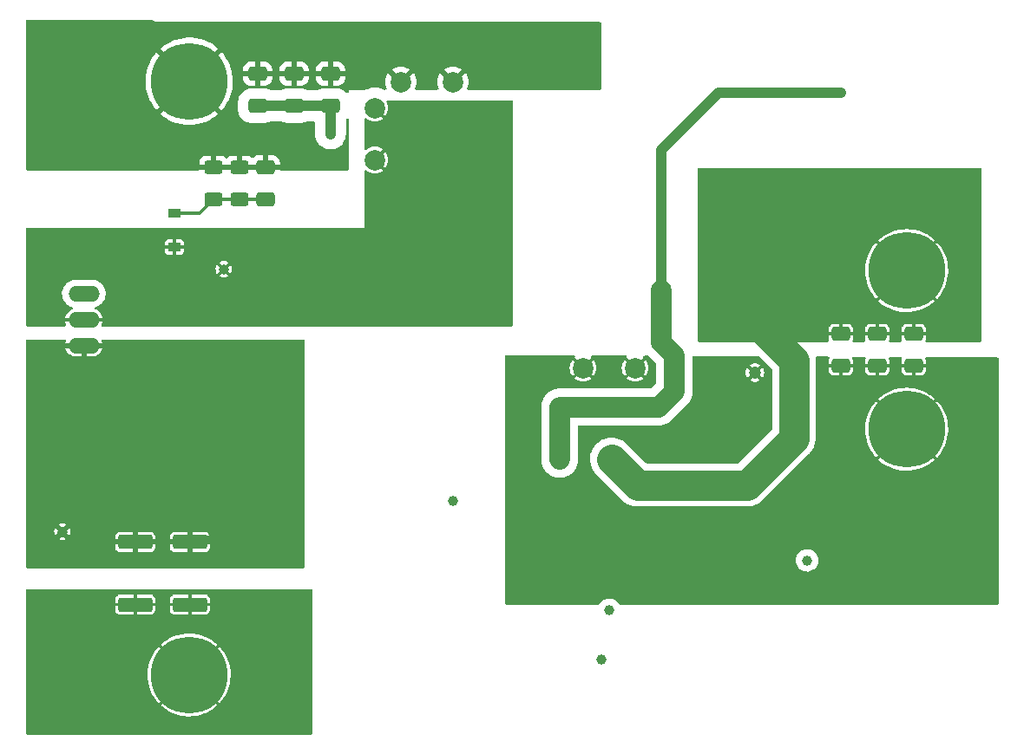
<source format=gtl>
G04 #@! TF.GenerationSoftware,KiCad,Pcbnew,(6.0.11)*
G04 #@! TF.CreationDate,2023-06-15T16:04:14+03:00*
G04 #@! TF.ProjectId,flyback_48V_48W,666c7962-6163-46b5-9f34-38565f343857,rev?*
G04 #@! TF.SameCoordinates,Original*
G04 #@! TF.FileFunction,Copper,L1,Top*
G04 #@! TF.FilePolarity,Positive*
%FSLAX46Y46*%
G04 Gerber Fmt 4.6, Leading zero omitted, Abs format (unit mm)*
G04 Created by KiCad (PCBNEW (6.0.11)) date 2023-06-15 16:04:14*
%MOMM*%
%LPD*%
G01*
G04 APERTURE LIST*
G04 Aperture macros list*
%AMRoundRect*
0 Rectangle with rounded corners*
0 $1 Rounding radius*
0 $2 $3 $4 $5 $6 $7 $8 $9 X,Y pos of 4 corners*
0 Add a 4 corners polygon primitive as box body*
4,1,4,$2,$3,$4,$5,$6,$7,$8,$9,$2,$3,0*
0 Add four circle primitives for the rounded corners*
1,1,$1+$1,$2,$3*
1,1,$1+$1,$4,$5*
1,1,$1+$1,$6,$7*
1,1,$1+$1,$8,$9*
0 Add four rect primitives between the rounded corners*
20,1,$1+$1,$2,$3,$4,$5,0*
20,1,$1+$1,$4,$5,$6,$7,0*
20,1,$1+$1,$6,$7,$8,$9,0*
20,1,$1+$1,$8,$9,$2,$3,0*%
G04 Aperture macros list end*
G04 #@! TA.AperFunction,ComponentPad*
%ADD10R,2.000000X2.000000*%
G04 #@! TD*
G04 #@! TA.AperFunction,ComponentPad*
%ADD11O,2.000000X2.000000*%
G04 #@! TD*
G04 #@! TA.AperFunction,ConnectorPad*
%ADD12C,7.500000*%
G04 #@! TD*
G04 #@! TA.AperFunction,ComponentPad*
%ADD13C,4.700000*%
G04 #@! TD*
G04 #@! TA.AperFunction,ComponentPad*
%ADD14O,3.048000X1.524000*%
G04 #@! TD*
G04 #@! TA.AperFunction,SMDPad,CuDef*
%ADD15RoundRect,0.250000X-0.625000X0.400000X-0.625000X-0.400000X0.625000X-0.400000X0.625000X0.400000X0*%
G04 #@! TD*
G04 #@! TA.AperFunction,SMDPad,CuDef*
%ADD16RoundRect,0.249999X-1.425001X0.450001X-1.425001X-0.450001X1.425001X-0.450001X1.425001X0.450001X0*%
G04 #@! TD*
G04 #@! TA.AperFunction,ComponentPad*
%ADD17R,1.200000X1.200000*%
G04 #@! TD*
G04 #@! TA.AperFunction,ComponentPad*
%ADD18C,1.200000*%
G04 #@! TD*
G04 #@! TA.AperFunction,SMDPad,CuDef*
%ADD19R,1.200000X0.900000*%
G04 #@! TD*
G04 #@! TA.AperFunction,SMDPad,CuDef*
%ADD20RoundRect,0.250000X-0.650000X0.412500X-0.650000X-0.412500X0.650000X-0.412500X0.650000X0.412500X0*%
G04 #@! TD*
G04 #@! TA.AperFunction,ComponentPad*
%ADD21C,2.000000*%
G04 #@! TD*
G04 #@! TA.AperFunction,ComponentPad*
%ADD22C,1.000000*%
G04 #@! TD*
G04 #@! TA.AperFunction,ViaPad*
%ADD23C,0.800000*%
G04 #@! TD*
G04 #@! TA.AperFunction,Conductor*
%ADD24C,1.000000*%
G04 #@! TD*
G04 #@! TA.AperFunction,Conductor*
%ADD25C,3.000000*%
G04 #@! TD*
G04 #@! TA.AperFunction,Conductor*
%ADD26C,2.000000*%
G04 #@! TD*
G04 #@! TA.AperFunction,Conductor*
%ADD27C,0.300000*%
G04 #@! TD*
G04 APERTURE END LIST*
D10*
X157226000Y-72930000D03*
D11*
X152146000Y-72930000D03*
D12*
X116000000Y-94000000D03*
D13*
X116000000Y-94000000D03*
D14*
X105725000Y-59300000D03*
X105725000Y-56760000D03*
X105725000Y-61840000D03*
D15*
X120904000Y-44424000D03*
X120904000Y-47524000D03*
D12*
X186000000Y-54500000D03*
D13*
X186000000Y-54500000D03*
D16*
X116078000Y-81024000D03*
X116078000Y-87124000D03*
D15*
X118364000Y-44424000D03*
X118364000Y-47524000D03*
D17*
X171196000Y-59476000D03*
D18*
X171196000Y-64476000D03*
D19*
X114554000Y-48896000D03*
X114554000Y-52196000D03*
D20*
X123444000Y-44411500D03*
X123444000Y-47536500D03*
D21*
X136652000Y-36068000D03*
X141732000Y-36068000D03*
X134112000Y-43688000D03*
X134112000Y-38608000D03*
X154432000Y-64008000D03*
X159512000Y-64008000D03*
X162052000Y-56388000D03*
X162052000Y-61468000D03*
D20*
X126238000Y-35267500D03*
X126238000Y-38392500D03*
X186690000Y-60667500D03*
X186690000Y-63792500D03*
X179578000Y-60667500D03*
X179578000Y-63792500D03*
D13*
X186000000Y-70000000D03*
D12*
X186000000Y-70000000D03*
D22*
X103632000Y-80010000D03*
D20*
X183134000Y-60667500D03*
X183134000Y-63792500D03*
D16*
X110744000Y-81024000D03*
X110744000Y-87124000D03*
D22*
X179578000Y-37084000D03*
X119380000Y-54356000D03*
D13*
X116000000Y-36000000D03*
D12*
X116000000Y-36000000D03*
D20*
X122682000Y-35267500D03*
X122682000Y-38392500D03*
X129794000Y-35267500D03*
X129794000Y-38392500D03*
D22*
X156972000Y-87630000D03*
X141732000Y-76962000D03*
X176276000Y-82804000D03*
X156210000Y-92456000D03*
D23*
X129794000Y-41148000D03*
X121158000Y-80518000D03*
D24*
X129794000Y-38392500D02*
X129794000Y-41148000D01*
X122682000Y-38392500D02*
X129794000Y-38392500D01*
X167640000Y-37084000D02*
X179578000Y-37084000D01*
X162052000Y-42672000D02*
X167640000Y-37084000D01*
X162052000Y-56388000D02*
X162052000Y-42672000D01*
D25*
X157226000Y-72930000D02*
X159734000Y-75438000D01*
X159734000Y-75438000D02*
X170434000Y-75438000D01*
X170434000Y-75438000D02*
X175006000Y-70866000D01*
X175006000Y-63286000D02*
X171196000Y-59476000D01*
X175006000Y-70866000D02*
X175006000Y-63286000D01*
D26*
X163322000Y-62738000D02*
X163322000Y-66294000D01*
X163322000Y-66294000D02*
X161798000Y-67818000D01*
X152146000Y-67818000D02*
X152146000Y-72930000D01*
X162052000Y-61468000D02*
X163322000Y-62738000D01*
X161798000Y-67818000D02*
X152146000Y-67818000D01*
X162052000Y-56388000D02*
X162052000Y-61468000D01*
D27*
X121158000Y-80518000D02*
X116584000Y-80518000D01*
X116584000Y-80518000D02*
X116078000Y-81024000D01*
X120916500Y-47536500D02*
X120904000Y-47524000D01*
X114554000Y-48896000D02*
X116992000Y-48896000D01*
X123444000Y-47536500D02*
X120916500Y-47536500D01*
X120904000Y-47524000D02*
X118364000Y-47524000D01*
X116992000Y-48896000D02*
X118364000Y-47524000D01*
G04 #@! TA.AperFunction,Conductor*
G36*
X147516121Y-37866002D02*
G01*
X147562614Y-37919658D01*
X147574000Y-37972000D01*
X147574000Y-59818000D01*
X147553998Y-59886121D01*
X147500342Y-59932614D01*
X147448000Y-59944000D01*
X107557510Y-59944000D01*
X107489389Y-59923998D01*
X107442896Y-59870342D01*
X107432792Y-59800068D01*
X107446675Y-59758071D01*
X107467823Y-59718959D01*
X107472578Y-59707646D01*
X107530521Y-59520463D01*
X107532987Y-59508453D01*
X107537236Y-59468017D01*
X107534556Y-59453364D01*
X107522237Y-59450000D01*
X103928331Y-59450000D01*
X103913769Y-59454276D01*
X103911707Y-59466379D01*
X103914204Y-59493823D01*
X103916502Y-59505872D01*
X103971827Y-59693848D01*
X103976420Y-59705217D01*
X104004864Y-59759625D01*
X104018698Y-59829261D01*
X103992688Y-59895321D01*
X103935092Y-59936833D01*
X103893202Y-59944000D01*
X100202000Y-59944000D01*
X100133879Y-59923998D01*
X100087386Y-59870342D01*
X100076000Y-59818000D01*
X100076000Y-56695585D01*
X103597092Y-56695585D01*
X103605767Y-56926647D01*
X103606862Y-56931865D01*
X103633483Y-57058738D01*
X103653249Y-57152944D01*
X103738180Y-57368006D01*
X103858134Y-57565682D01*
X104009678Y-57740322D01*
X104013809Y-57743709D01*
X104184353Y-57883548D01*
X104184359Y-57883552D01*
X104188481Y-57886932D01*
X104193117Y-57889571D01*
X104193120Y-57889573D01*
X104302497Y-57951834D01*
X104389430Y-58001319D01*
X104578002Y-58069766D01*
X104635209Y-58111810D01*
X104660605Y-58178109D01*
X104646125Y-58247614D01*
X104596367Y-58298256D01*
X104571429Y-58308827D01*
X104562243Y-58311600D01*
X104550906Y-58316273D01*
X104377896Y-58408264D01*
X104367678Y-58415053D01*
X104215832Y-58538894D01*
X104207128Y-58547538D01*
X104082231Y-58698513D01*
X104075371Y-58708684D01*
X103982174Y-58881049D01*
X103977422Y-58892354D01*
X103919479Y-59079537D01*
X103917013Y-59091547D01*
X103912764Y-59131983D01*
X103915444Y-59146636D01*
X103927763Y-59150000D01*
X107521669Y-59150000D01*
X107536231Y-59145724D01*
X107538293Y-59133621D01*
X107535796Y-59106177D01*
X107533498Y-59094128D01*
X107478173Y-58906152D01*
X107473580Y-58894784D01*
X107382798Y-58721134D01*
X107376084Y-58710873D01*
X107253301Y-58558162D01*
X107244723Y-58549403D01*
X107094616Y-58423448D01*
X107084502Y-58416522D01*
X106912788Y-58322122D01*
X106901518Y-58317292D01*
X106872364Y-58308044D01*
X106813480Y-58268381D01*
X106785387Y-58203179D01*
X106797004Y-58133140D01*
X106844644Y-58080499D01*
X106878807Y-58065983D01*
X106936043Y-58051127D01*
X106936042Y-58051127D01*
X106941206Y-58049787D01*
X107152028Y-57954819D01*
X107343834Y-57825687D01*
X107511142Y-57666084D01*
X107649165Y-57480573D01*
X107753959Y-57274459D01*
X107793314Y-57147717D01*
X107820943Y-57058738D01*
X107820944Y-57058732D01*
X107822527Y-57053635D01*
X107852908Y-56824415D01*
X107844233Y-56593353D01*
X107817588Y-56466365D01*
X107797848Y-56372283D01*
X107797847Y-56372280D01*
X107796751Y-56367056D01*
X107711820Y-56151994D01*
X107591866Y-55954318D01*
X107440322Y-55779678D01*
X107340702Y-55697994D01*
X107265647Y-55636452D01*
X107265641Y-55636448D01*
X107261519Y-55633068D01*
X107256883Y-55630429D01*
X107256880Y-55630427D01*
X107065213Y-55521324D01*
X107060570Y-55518681D01*
X106843221Y-55439788D01*
X106837972Y-55438839D01*
X106837969Y-55438838D01*
X106619770Y-55399381D01*
X106619762Y-55399380D01*
X106615686Y-55398643D01*
X106597902Y-55397804D01*
X106592938Y-55397570D01*
X106592931Y-55397570D01*
X106591450Y-55397500D01*
X104904944Y-55397500D01*
X104732603Y-55412123D01*
X104727439Y-55413463D01*
X104727435Y-55413464D01*
X104626015Y-55439788D01*
X104508794Y-55470213D01*
X104297972Y-55565181D01*
X104106166Y-55694313D01*
X103938858Y-55853916D01*
X103800835Y-56039427D01*
X103696041Y-56245541D01*
X103661757Y-56355953D01*
X103629057Y-56461262D01*
X103629056Y-56461268D01*
X103627473Y-56466365D01*
X103597092Y-56695585D01*
X100076000Y-56695585D01*
X100076000Y-55017406D01*
X118936346Y-55017406D01*
X118942792Y-55026016D01*
X119011118Y-55070727D01*
X119023620Y-55077043D01*
X119178638Y-55134693D01*
X119192221Y-55138080D01*
X119356159Y-55159954D01*
X119370155Y-55160247D01*
X119534859Y-55145258D01*
X119548583Y-55142441D01*
X119705876Y-55091334D01*
X119718623Y-55085551D01*
X119815082Y-55028050D01*
X119824669Y-55017710D01*
X119821163Y-55009295D01*
X119392812Y-54580944D01*
X119378868Y-54573330D01*
X119377035Y-54573461D01*
X119370420Y-54577712D01*
X118943106Y-55005026D01*
X118936346Y-55017406D01*
X100076000Y-55017406D01*
X100076000Y-54351772D01*
X118575704Y-54351772D01*
X118591844Y-54516373D01*
X118594755Y-54530068D01*
X118646960Y-54687002D01*
X118652831Y-54699709D01*
X118708069Y-54790917D01*
X118718478Y-54800434D01*
X118727095Y-54796773D01*
X119155056Y-54368812D01*
X119161434Y-54357132D01*
X119597330Y-54357132D01*
X119597461Y-54358965D01*
X119601712Y-54365580D01*
X120028970Y-54792838D01*
X120040264Y-54799005D01*
X120052809Y-54789053D01*
X120092134Y-54729864D01*
X120098538Y-54717402D01*
X120157267Y-54562797D01*
X120160749Y-54549236D01*
X120184197Y-54382402D01*
X120184803Y-54374518D01*
X120185007Y-54359962D01*
X120184620Y-54352062D01*
X120165841Y-54184639D01*
X120162739Y-54170986D01*
X120108349Y-54014801D01*
X120102297Y-54002168D01*
X120051777Y-53921320D01*
X120041236Y-53911950D01*
X120032188Y-53915944D01*
X119604944Y-54343188D01*
X119597330Y-54357132D01*
X119161434Y-54357132D01*
X119162670Y-54354868D01*
X119162539Y-54353035D01*
X119158288Y-54346420D01*
X118730890Y-53919022D01*
X118718510Y-53912262D01*
X118710139Y-53918528D01*
X118662714Y-53992117D01*
X118656485Y-54004666D01*
X118599921Y-54160073D01*
X118596628Y-54173688D01*
X118575900Y-54337766D01*
X118575704Y-54351772D01*
X100076000Y-54351772D01*
X100076000Y-53694634D01*
X118935772Y-53694634D01*
X118939597Y-53703465D01*
X119367188Y-54131056D01*
X119381132Y-54138670D01*
X119382965Y-54138539D01*
X119389580Y-54134288D01*
X119817091Y-53706777D01*
X119823851Y-53694397D01*
X119817758Y-53686257D01*
X119738870Y-53636193D01*
X119726274Y-53630050D01*
X119570472Y-53574571D01*
X119556847Y-53571375D01*
X119392613Y-53551792D01*
X119378616Y-53551694D01*
X119214133Y-53568981D01*
X119200454Y-53571989D01*
X119043891Y-53625287D01*
X119031221Y-53631249D01*
X118945215Y-53684160D01*
X118935772Y-53694634D01*
X100076000Y-53694634D01*
X100076000Y-52686840D01*
X113654000Y-52686840D01*
X113654442Y-52694286D01*
X113655994Y-52707336D01*
X113660952Y-52725374D01*
X113697755Y-52808231D01*
X113710713Y-52827085D01*
X113773342Y-52889604D01*
X113792212Y-52902525D01*
X113875125Y-52939180D01*
X113893202Y-52944108D01*
X113905787Y-52945576D01*
X113913088Y-52946000D01*
X114385885Y-52946000D01*
X114401124Y-52941525D01*
X114402329Y-52940135D01*
X114404000Y-52932452D01*
X114404000Y-52927885D01*
X114704000Y-52927885D01*
X114708475Y-52943124D01*
X114709865Y-52944329D01*
X114717548Y-52946000D01*
X115194840Y-52946000D01*
X115202286Y-52945558D01*
X115215336Y-52944006D01*
X115233374Y-52939048D01*
X115316231Y-52902245D01*
X115335085Y-52889287D01*
X115397604Y-52826658D01*
X115410525Y-52807788D01*
X115447180Y-52724875D01*
X115452108Y-52706798D01*
X115453576Y-52694213D01*
X115454000Y-52686912D01*
X115454000Y-52364115D01*
X115449525Y-52348876D01*
X115448135Y-52347671D01*
X115440452Y-52346000D01*
X114722115Y-52346000D01*
X114706876Y-52350475D01*
X114705671Y-52351865D01*
X114704000Y-52359548D01*
X114704000Y-52927885D01*
X114404000Y-52927885D01*
X114404000Y-52364115D01*
X114399525Y-52348876D01*
X114398135Y-52347671D01*
X114390452Y-52346000D01*
X113672115Y-52346000D01*
X113656876Y-52350475D01*
X113655671Y-52351865D01*
X113654000Y-52359548D01*
X113654000Y-52686840D01*
X100076000Y-52686840D01*
X100076000Y-52027885D01*
X113654000Y-52027885D01*
X113658475Y-52043124D01*
X113659865Y-52044329D01*
X113667548Y-52046000D01*
X114385885Y-52046000D01*
X114401124Y-52041525D01*
X114402329Y-52040135D01*
X114404000Y-52032452D01*
X114404000Y-52027885D01*
X114704000Y-52027885D01*
X114708475Y-52043124D01*
X114709865Y-52044329D01*
X114717548Y-52046000D01*
X115435885Y-52046000D01*
X115451124Y-52041525D01*
X115452329Y-52040135D01*
X115454000Y-52032452D01*
X115454000Y-51705160D01*
X115453558Y-51697714D01*
X115452006Y-51684664D01*
X115447048Y-51666626D01*
X115410245Y-51583769D01*
X115397287Y-51564915D01*
X115334658Y-51502396D01*
X115315788Y-51489475D01*
X115232875Y-51452820D01*
X115214798Y-51447892D01*
X115202213Y-51446424D01*
X115194912Y-51446000D01*
X114722115Y-51446000D01*
X114706876Y-51450475D01*
X114705671Y-51451865D01*
X114704000Y-51459548D01*
X114704000Y-52027885D01*
X114404000Y-52027885D01*
X114404000Y-51464115D01*
X114399525Y-51448876D01*
X114398135Y-51447671D01*
X114390452Y-51446000D01*
X113913160Y-51446000D01*
X113905714Y-51446442D01*
X113892664Y-51447994D01*
X113874626Y-51452952D01*
X113791769Y-51489755D01*
X113772915Y-51502713D01*
X113710396Y-51565342D01*
X113697475Y-51584212D01*
X113660820Y-51667125D01*
X113655892Y-51685202D01*
X113654424Y-51697787D01*
X113654000Y-51705088D01*
X113654000Y-52027885D01*
X100076000Y-52027885D01*
X100076000Y-50418000D01*
X100096002Y-50349879D01*
X100149658Y-50303386D01*
X100202000Y-50292000D01*
X133096000Y-50292000D01*
X133096000Y-44805640D01*
X133116002Y-44737519D01*
X133169658Y-44691026D01*
X133239932Y-44680922D01*
X133294271Y-44702427D01*
X133455009Y-44814977D01*
X133464504Y-44820460D01*
X133660693Y-44911944D01*
X133670985Y-44915690D01*
X133880082Y-44971717D01*
X133890875Y-44973620D01*
X134106525Y-44992487D01*
X134117475Y-44992487D01*
X134333125Y-44973620D01*
X134343918Y-44971717D01*
X134553015Y-44915690D01*
X134563307Y-44911944D01*
X134759496Y-44820460D01*
X134768991Y-44814977D01*
X134905810Y-44719175D01*
X134914186Y-44708696D01*
X134907118Y-44695250D01*
X133988963Y-43777095D01*
X133954937Y-43714783D01*
X133956772Y-43689132D01*
X134329330Y-43689132D01*
X134329461Y-43690965D01*
X134333712Y-43697580D01*
X135119971Y-44483839D01*
X135131746Y-44490269D01*
X135143761Y-44480973D01*
X135238977Y-44344991D01*
X135244460Y-44335496D01*
X135335944Y-44139307D01*
X135339690Y-44129015D01*
X135395717Y-43919918D01*
X135397620Y-43909125D01*
X135416487Y-43693475D01*
X135416487Y-43682525D01*
X135397620Y-43466875D01*
X135395717Y-43456082D01*
X135339690Y-43246985D01*
X135335944Y-43236693D01*
X135244460Y-43040504D01*
X135238977Y-43031009D01*
X135143175Y-42894190D01*
X135132696Y-42885814D01*
X135119250Y-42892882D01*
X134336944Y-43675188D01*
X134329330Y-43689132D01*
X133956772Y-43689132D01*
X133960002Y-43643968D01*
X133988963Y-43598905D01*
X134907839Y-42680029D01*
X134914269Y-42668254D01*
X134904973Y-42656239D01*
X134768991Y-42561023D01*
X134759496Y-42555540D01*
X134563307Y-42464056D01*
X134553015Y-42460310D01*
X134343918Y-42404283D01*
X134333125Y-42402380D01*
X134117475Y-42383513D01*
X134106525Y-42383513D01*
X133890875Y-42402380D01*
X133880082Y-42404283D01*
X133670985Y-42460310D01*
X133660693Y-42464056D01*
X133464504Y-42555540D01*
X133455009Y-42561023D01*
X133294271Y-42673573D01*
X133226997Y-42696261D01*
X133158137Y-42678976D01*
X133109552Y-42627206D01*
X133096000Y-42570360D01*
X133096000Y-39725640D01*
X133116002Y-39657519D01*
X133169658Y-39611026D01*
X133239932Y-39600922D01*
X133294271Y-39622427D01*
X133455009Y-39734977D01*
X133464504Y-39740460D01*
X133660693Y-39831944D01*
X133670985Y-39835690D01*
X133880082Y-39891717D01*
X133890875Y-39893620D01*
X134106525Y-39912487D01*
X134117475Y-39912487D01*
X134333125Y-39893620D01*
X134343918Y-39891717D01*
X134553015Y-39835690D01*
X134563307Y-39831944D01*
X134759496Y-39740460D01*
X134768991Y-39734977D01*
X134905810Y-39639175D01*
X134914186Y-39628696D01*
X134907118Y-39615250D01*
X133988963Y-38697095D01*
X133954937Y-38634783D01*
X133960002Y-38563968D01*
X133988963Y-38518905D01*
X134022905Y-38484963D01*
X134085217Y-38450937D01*
X134156032Y-38456002D01*
X134201095Y-38484963D01*
X135119971Y-39403839D01*
X135131746Y-39410269D01*
X135143761Y-39400973D01*
X135238977Y-39264991D01*
X135244460Y-39255496D01*
X135335944Y-39059307D01*
X135339690Y-39049015D01*
X135395717Y-38839918D01*
X135397620Y-38829125D01*
X135416487Y-38613475D01*
X135416487Y-38602525D01*
X135397620Y-38386875D01*
X135395717Y-38376082D01*
X135339690Y-38166985D01*
X135335944Y-38156693D01*
X135274651Y-38025250D01*
X135263990Y-37955058D01*
X135292970Y-37890246D01*
X135352390Y-37851389D01*
X135388846Y-37846000D01*
X147448000Y-37846000D01*
X147516121Y-37866002D01*
G37*
G04 #@! TD.AperFunction*
G04 #@! TA.AperFunction,Conductor*
G36*
X112406451Y-29994786D02*
G01*
X112433582Y-30013783D01*
X112438538Y-30017438D01*
X112492029Y-30058930D01*
X112492034Y-30058933D01*
X112497081Y-30062848D01*
X112510504Y-30069453D01*
X112527134Y-30079289D01*
X112539379Y-30087863D01*
X112607384Y-30117291D01*
X112612972Y-30119873D01*
X112679455Y-30152587D01*
X112685636Y-30154197D01*
X112685641Y-30154199D01*
X112693915Y-30156354D01*
X112712196Y-30162648D01*
X112720062Y-30166052D01*
X112720066Y-30166053D01*
X112725919Y-30168586D01*
X112732164Y-30169891D01*
X112732165Y-30169891D01*
X112798451Y-30183739D01*
X112804444Y-30185145D01*
X112869963Y-30202211D01*
X112876148Y-30203822D01*
X112891072Y-30204604D01*
X112910246Y-30207094D01*
X112920145Y-30209162D01*
X112920147Y-30209162D01*
X112924880Y-30210151D01*
X112929762Y-30210407D01*
X112929871Y-30210413D01*
X112929887Y-30210413D01*
X112931539Y-30210500D01*
X113000286Y-30210500D01*
X113006880Y-30210673D01*
X113072744Y-30214125D01*
X113072748Y-30214125D01*
X113079126Y-30214459D01*
X113085440Y-30213504D01*
X113085443Y-30213504D01*
X113091929Y-30212523D01*
X113095936Y-30211917D01*
X113114775Y-30210500D01*
X156084000Y-30210500D01*
X156152121Y-30230502D01*
X156198614Y-30284158D01*
X156210000Y-30336500D01*
X156210000Y-36704000D01*
X156189998Y-36772121D01*
X156136342Y-36818614D01*
X156084000Y-36830000D01*
X143237190Y-36830000D01*
X143169069Y-36809998D01*
X143122576Y-36756342D01*
X143112472Y-36686068D01*
X143120781Y-36655782D01*
X143168734Y-36540013D01*
X143171783Y-36530627D01*
X143224885Y-36309446D01*
X143226428Y-36299699D01*
X143244275Y-36072930D01*
X143244275Y-36063070D01*
X143226428Y-35836301D01*
X143224885Y-35826554D01*
X143171783Y-35605373D01*
X143168734Y-35595988D01*
X143081687Y-35385837D01*
X143077205Y-35377042D01*
X142974568Y-35209555D01*
X142964110Y-35200093D01*
X142955334Y-35203876D01*
X141821095Y-36338115D01*
X141758783Y-36372141D01*
X141687968Y-36367076D01*
X141642905Y-36338115D01*
X140511710Y-35206920D01*
X140499330Y-35200160D01*
X140491680Y-35205887D01*
X140386795Y-35377042D01*
X140382313Y-35385837D01*
X140295266Y-35595988D01*
X140292217Y-35605373D01*
X140239115Y-35826554D01*
X140237572Y-35836301D01*
X140219725Y-36063070D01*
X140219725Y-36072930D01*
X140237572Y-36299699D01*
X140239115Y-36309446D01*
X140292217Y-36530627D01*
X140295266Y-36540013D01*
X140343219Y-36655782D01*
X140350808Y-36726372D01*
X140319028Y-36789859D01*
X140257970Y-36826086D01*
X140226810Y-36830000D01*
X138157190Y-36830000D01*
X138089069Y-36809998D01*
X138042576Y-36756342D01*
X138032472Y-36686068D01*
X138040781Y-36655782D01*
X138088734Y-36540013D01*
X138091783Y-36530627D01*
X138144885Y-36309446D01*
X138146428Y-36299699D01*
X138164275Y-36072930D01*
X138164275Y-36063070D01*
X138146428Y-35836301D01*
X138144885Y-35826554D01*
X138091783Y-35605373D01*
X138088734Y-35595988D01*
X138001687Y-35385837D01*
X137997205Y-35377042D01*
X137894568Y-35209555D01*
X137884110Y-35200093D01*
X137875334Y-35203876D01*
X136741095Y-36338115D01*
X136678783Y-36372141D01*
X136607968Y-36367076D01*
X136562905Y-36338115D01*
X135431710Y-35206920D01*
X135419330Y-35200160D01*
X135411680Y-35205887D01*
X135306795Y-35377042D01*
X135302313Y-35385837D01*
X135215266Y-35595988D01*
X135212217Y-35605373D01*
X135159115Y-35826554D01*
X135157572Y-35836301D01*
X135139725Y-36063070D01*
X135139725Y-36072930D01*
X135157572Y-36299699D01*
X135159115Y-36309446D01*
X135212217Y-36530627D01*
X135215266Y-36540013D01*
X135263219Y-36655782D01*
X135270808Y-36726372D01*
X135239028Y-36789859D01*
X135177970Y-36826086D01*
X135146810Y-36830000D01*
X135064413Y-36830000D01*
X135002847Y-36813934D01*
X134969848Y-36795453D01*
X134969830Y-36795444D01*
X134965947Y-36793270D01*
X134961789Y-36791662D01*
X134961784Y-36791659D01*
X134705885Y-36692659D01*
X134705879Y-36692657D01*
X134701730Y-36691052D01*
X134697398Y-36690048D01*
X134697395Y-36690047D01*
X134609897Y-36669766D01*
X134425747Y-36627082D01*
X134143503Y-36602637D01*
X134139068Y-36602881D01*
X134139064Y-36602881D01*
X133865073Y-36617960D01*
X133865066Y-36617961D01*
X133860630Y-36618205D01*
X133722743Y-36645632D01*
X133587146Y-36672604D01*
X133587141Y-36672605D01*
X133582774Y-36673474D01*
X133578571Y-36674950D01*
X133319684Y-36765864D01*
X133319681Y-36765865D01*
X133315476Y-36767342D01*
X133311523Y-36769395D01*
X133311517Y-36769398D01*
X133222163Y-36815814D01*
X133164080Y-36830000D01*
X131572000Y-36830000D01*
X131572000Y-37035218D01*
X131551998Y-37103339D01*
X131498342Y-37149832D01*
X131428068Y-37159936D01*
X131363488Y-37130442D01*
X131356905Y-37124313D01*
X131249375Y-37016783D01*
X131244769Y-37013582D01*
X131244767Y-37013580D01*
X131070681Y-36892587D01*
X131070679Y-36892586D01*
X131066075Y-36889386D01*
X130936364Y-36830000D01*
X130868218Y-36798800D01*
X130868216Y-36798799D01*
X130863113Y-36796463D01*
X130646902Y-36740949D01*
X130582768Y-36735733D01*
X130508689Y-36729707D01*
X130508677Y-36729707D01*
X130506138Y-36729500D01*
X129081862Y-36729500D01*
X129079323Y-36729707D01*
X129079311Y-36729707D01*
X129005232Y-36735733D01*
X128941098Y-36740949D01*
X128724887Y-36796463D01*
X128719784Y-36798799D01*
X128719782Y-36798800D01*
X128541194Y-36880564D01*
X128488743Y-36892000D01*
X127543257Y-36892000D01*
X127490806Y-36880564D01*
X127312218Y-36798800D01*
X127312216Y-36798799D01*
X127307113Y-36796463D01*
X127090902Y-36740949D01*
X127026768Y-36735733D01*
X126952689Y-36729707D01*
X126952677Y-36729707D01*
X126950138Y-36729500D01*
X125525862Y-36729500D01*
X125523323Y-36729707D01*
X125523311Y-36729707D01*
X125449232Y-36735733D01*
X125385098Y-36740949D01*
X125168887Y-36796463D01*
X125163784Y-36798799D01*
X125163782Y-36798800D01*
X124985194Y-36880564D01*
X124932743Y-36892000D01*
X123987257Y-36892000D01*
X123934806Y-36880564D01*
X123756218Y-36798800D01*
X123756216Y-36798799D01*
X123751113Y-36796463D01*
X123534902Y-36740949D01*
X123470768Y-36735733D01*
X123396689Y-36729707D01*
X123396677Y-36729707D01*
X123394138Y-36729500D01*
X121969862Y-36729500D01*
X121967323Y-36729707D01*
X121967311Y-36729707D01*
X121893232Y-36735733D01*
X121829098Y-36740949D01*
X121612887Y-36796463D01*
X121607784Y-36798799D01*
X121607782Y-36798800D01*
X121539636Y-36830000D01*
X121409925Y-36889386D01*
X121405321Y-36892586D01*
X121405319Y-36892587D01*
X121231233Y-37013580D01*
X121231231Y-37013582D01*
X121226625Y-37016783D01*
X121068783Y-37174625D01*
X120941386Y-37357925D01*
X120848463Y-37560887D01*
X120792949Y-37777098D01*
X120781500Y-37917862D01*
X120781500Y-38867138D01*
X120792949Y-39007902D01*
X120848463Y-39224113D01*
X120941386Y-39427075D01*
X120944586Y-39431679D01*
X120944587Y-39431681D01*
X121062052Y-39600690D01*
X121068783Y-39610375D01*
X121226625Y-39768217D01*
X121231231Y-39771418D01*
X121231233Y-39771420D01*
X121405319Y-39892413D01*
X121409925Y-39895614D01*
X121447904Y-39913002D01*
X121607782Y-39986200D01*
X121607784Y-39986201D01*
X121612887Y-39988537D01*
X121829098Y-40044051D01*
X121893232Y-40049267D01*
X121967311Y-40055293D01*
X121967323Y-40055293D01*
X121969862Y-40055500D01*
X123394138Y-40055500D01*
X123396677Y-40055293D01*
X123396689Y-40055293D01*
X123470768Y-40049267D01*
X123534902Y-40044051D01*
X123751113Y-39988537D01*
X123756216Y-39986201D01*
X123756218Y-39986200D01*
X123934806Y-39904436D01*
X123987257Y-39893000D01*
X124932743Y-39893000D01*
X124985194Y-39904436D01*
X125163782Y-39986200D01*
X125163784Y-39986201D01*
X125168887Y-39988537D01*
X125385098Y-40044051D01*
X125449232Y-40049267D01*
X125523311Y-40055293D01*
X125523323Y-40055293D01*
X125525862Y-40055500D01*
X126950138Y-40055500D01*
X126952677Y-40055293D01*
X126952689Y-40055293D01*
X127026768Y-40049267D01*
X127090902Y-40044051D01*
X127307113Y-39988537D01*
X127312216Y-39986201D01*
X127312218Y-39986200D01*
X127490806Y-39904436D01*
X127543257Y-39893000D01*
X128167500Y-39893000D01*
X128235621Y-39913002D01*
X128282114Y-39966658D01*
X128293500Y-40019000D01*
X128293500Y-41210554D01*
X128293712Y-41213127D01*
X128293712Y-41213138D01*
X128308151Y-41388760D01*
X128308152Y-41388766D01*
X128308575Y-41393911D01*
X128368684Y-41633217D01*
X128467072Y-41859493D01*
X128601095Y-42066661D01*
X128604575Y-42070486D01*
X128604577Y-42070488D01*
X128630766Y-42099269D01*
X128767154Y-42249158D01*
X128771205Y-42252357D01*
X128771209Y-42252361D01*
X128956736Y-42398881D01*
X128956741Y-42398884D01*
X128960790Y-42402082D01*
X128965306Y-42404575D01*
X128965309Y-42404577D01*
X129172278Y-42518830D01*
X129172282Y-42518832D01*
X129176802Y-42521327D01*
X129181671Y-42523051D01*
X129181675Y-42523053D01*
X129404515Y-42601965D01*
X129404519Y-42601966D01*
X129409390Y-42603691D01*
X129414483Y-42604598D01*
X129414486Y-42604599D01*
X129647217Y-42646055D01*
X129647223Y-42646056D01*
X129652306Y-42646961D01*
X129731676Y-42647931D01*
X129893858Y-42649912D01*
X129893860Y-42649912D01*
X129899028Y-42649975D01*
X130142930Y-42612653D01*
X130377460Y-42535997D01*
X130596321Y-42422065D01*
X130600454Y-42418962D01*
X130600457Y-42418960D01*
X130789501Y-42277022D01*
X130789504Y-42277020D01*
X130793636Y-42273917D01*
X130964104Y-42095532D01*
X130983799Y-42066661D01*
X131100230Y-41895979D01*
X131103149Y-41891700D01*
X131192966Y-41698205D01*
X131204856Y-41672591D01*
X131204857Y-41672587D01*
X131207035Y-41667896D01*
X131272974Y-41430129D01*
X131294500Y-41228708D01*
X131294500Y-39775282D01*
X131314502Y-39707161D01*
X131331405Y-39686187D01*
X131356905Y-39660687D01*
X131419217Y-39626661D01*
X131490032Y-39631726D01*
X131546868Y-39674273D01*
X131571679Y-39740793D01*
X131572000Y-39749782D01*
X131572000Y-44578000D01*
X131551998Y-44646121D01*
X131498342Y-44692614D01*
X131446000Y-44704000D01*
X124935633Y-44704000D01*
X124867512Y-44683998D01*
X124853120Y-44673224D01*
X124846135Y-44667171D01*
X124838452Y-44665500D01*
X122345115Y-44665500D01*
X122319927Y-44672896D01*
X122284429Y-44678000D01*
X116999116Y-44678000D01*
X116955997Y-44690661D01*
X116943185Y-44698895D01*
X116907683Y-44704000D01*
X100202000Y-44704000D01*
X100133879Y-44683998D01*
X100087386Y-44630342D01*
X100076000Y-44578000D01*
X100076000Y-44151885D01*
X116981000Y-44151885D01*
X116985475Y-44167124D01*
X116986865Y-44168329D01*
X116994548Y-44170000D01*
X118091885Y-44170000D01*
X118107124Y-44165525D01*
X118108329Y-44164135D01*
X118110000Y-44156452D01*
X118110000Y-44151885D01*
X118618000Y-44151885D01*
X118622475Y-44167124D01*
X118623865Y-44168329D01*
X118631548Y-44170000D01*
X120631885Y-44170000D01*
X120647124Y-44165525D01*
X120648329Y-44164135D01*
X120650000Y-44156452D01*
X120650000Y-44151885D01*
X121158000Y-44151885D01*
X121162475Y-44167124D01*
X121163865Y-44168329D01*
X121171548Y-44170000D01*
X121977885Y-44170000D01*
X122003073Y-44162604D01*
X122038571Y-44157500D01*
X123171885Y-44157500D01*
X123187124Y-44153025D01*
X123188329Y-44151635D01*
X123190000Y-44143952D01*
X123190000Y-44139385D01*
X123698000Y-44139385D01*
X123702475Y-44154624D01*
X123703865Y-44155829D01*
X123711548Y-44157500D01*
X124833884Y-44157500D01*
X124849123Y-44153025D01*
X124850328Y-44151635D01*
X124851999Y-44143952D01*
X124851999Y-43951905D01*
X124851662Y-43945386D01*
X124841743Y-43849794D01*
X124838851Y-43836400D01*
X124787412Y-43682216D01*
X124781239Y-43669038D01*
X124695937Y-43531193D01*
X124686901Y-43519792D01*
X124572171Y-43405261D01*
X124560760Y-43396249D01*
X124422757Y-43311184D01*
X124409576Y-43305037D01*
X124255290Y-43253862D01*
X124241914Y-43250995D01*
X124147562Y-43241328D01*
X124141145Y-43241000D01*
X123716115Y-43241000D01*
X123700876Y-43245475D01*
X123699671Y-43246865D01*
X123698000Y-43254548D01*
X123698000Y-44139385D01*
X123190000Y-44139385D01*
X123190000Y-43259116D01*
X123185525Y-43243877D01*
X123184135Y-43242672D01*
X123176452Y-43241001D01*
X122746905Y-43241001D01*
X122740386Y-43241338D01*
X122644794Y-43251257D01*
X122631400Y-43254149D01*
X122477216Y-43305588D01*
X122464038Y-43311761D01*
X122326193Y-43397063D01*
X122314792Y-43406099D01*
X122238186Y-43482838D01*
X122175903Y-43516917D01*
X122105083Y-43511914D01*
X122059995Y-43482993D01*
X122007171Y-43430261D01*
X121995760Y-43421249D01*
X121857757Y-43336184D01*
X121844576Y-43330037D01*
X121690290Y-43278862D01*
X121676914Y-43275995D01*
X121582562Y-43266328D01*
X121576145Y-43266000D01*
X121176115Y-43266000D01*
X121160876Y-43270475D01*
X121159671Y-43271865D01*
X121158000Y-43279548D01*
X121158000Y-44151885D01*
X120650000Y-44151885D01*
X120650000Y-43284116D01*
X120645525Y-43268877D01*
X120644135Y-43267672D01*
X120636452Y-43266001D01*
X120231905Y-43266001D01*
X120225386Y-43266338D01*
X120129794Y-43276257D01*
X120116400Y-43279149D01*
X119962216Y-43330588D01*
X119949038Y-43336761D01*
X119811193Y-43422063D01*
X119799792Y-43431099D01*
X119723208Y-43507817D01*
X119660926Y-43541896D01*
X119590106Y-43536893D01*
X119545017Y-43507972D01*
X119467171Y-43430261D01*
X119455760Y-43421249D01*
X119317757Y-43336184D01*
X119304576Y-43330037D01*
X119150290Y-43278862D01*
X119136914Y-43275995D01*
X119042562Y-43266328D01*
X119036145Y-43266000D01*
X118636115Y-43266000D01*
X118620876Y-43270475D01*
X118619671Y-43271865D01*
X118618000Y-43279548D01*
X118618000Y-44151885D01*
X118110000Y-44151885D01*
X118110000Y-43284116D01*
X118105525Y-43268877D01*
X118104135Y-43267672D01*
X118096452Y-43266001D01*
X117691905Y-43266001D01*
X117685386Y-43266338D01*
X117589794Y-43276257D01*
X117576400Y-43279149D01*
X117422216Y-43330588D01*
X117409038Y-43336761D01*
X117271193Y-43422063D01*
X117259792Y-43431099D01*
X117145261Y-43545829D01*
X117136249Y-43557240D01*
X117051184Y-43695243D01*
X117045037Y-43708424D01*
X116993862Y-43862710D01*
X116990995Y-43876086D01*
X116981328Y-43970438D01*
X116981000Y-43976855D01*
X116981000Y-44151885D01*
X100076000Y-44151885D01*
X100076000Y-39186434D01*
X113178921Y-39186434D01*
X113185708Y-39196135D01*
X113385023Y-39366365D01*
X113389709Y-39370000D01*
X113713442Y-39597523D01*
X113718432Y-39600690D01*
X114062141Y-39796739D01*
X114067422Y-39799429D01*
X114428053Y-39962260D01*
X114433544Y-39964434D01*
X114807906Y-40092607D01*
X114813590Y-40094259D01*
X115198347Y-40186631D01*
X115204162Y-40187740D01*
X115595889Y-40243490D01*
X115601802Y-40244049D01*
X115997031Y-40262688D01*
X116002969Y-40262688D01*
X116398198Y-40244049D01*
X116404111Y-40243490D01*
X116795838Y-40187740D01*
X116801653Y-40186631D01*
X117186410Y-40094259D01*
X117192094Y-40092607D01*
X117566456Y-39964434D01*
X117571947Y-39962260D01*
X117932578Y-39799429D01*
X117937859Y-39796739D01*
X118281568Y-39600690D01*
X118286558Y-39597523D01*
X118610291Y-39370000D01*
X118614977Y-39366365D01*
X118812722Y-39197476D01*
X118821152Y-39184562D01*
X118815145Y-39174355D01*
X117869592Y-38228802D01*
X117869588Y-38228799D01*
X116012810Y-36372020D01*
X115998869Y-36364408D01*
X115997034Y-36364539D01*
X115990420Y-36368790D01*
X114130424Y-38228787D01*
X114130396Y-38228814D01*
X113186313Y-39172897D01*
X113178921Y-39186434D01*
X100076000Y-39186434D01*
X100076000Y-35869073D01*
X111739322Y-35869073D01*
X111745537Y-36264679D01*
X111745911Y-36270629D01*
X111789327Y-36663895D01*
X111790257Y-36669766D01*
X111870494Y-37057212D01*
X111871970Y-37062960D01*
X111988316Y-37441151D01*
X111990320Y-37446716D01*
X112141745Y-37812288D01*
X112144267Y-37817647D01*
X112329411Y-38167323D01*
X112332436Y-38172440D01*
X112549669Y-38503144D01*
X112553159Y-38507947D01*
X112800292Y-38816420D01*
X112813130Y-38823694D01*
X112814439Y-38823621D01*
X112821852Y-38818938D01*
X113771200Y-37869590D01*
X113771201Y-37869588D01*
X115627980Y-36012810D01*
X115634357Y-36001131D01*
X116364408Y-36001131D01*
X116364539Y-36002966D01*
X116368790Y-36009580D01*
X118228787Y-37869576D01*
X118228800Y-37869590D01*
X119175271Y-38816061D01*
X119189215Y-38823675D01*
X119190524Y-38823582D01*
X119197360Y-38819112D01*
X119199454Y-38816737D01*
X119446841Y-38507947D01*
X119450331Y-38503144D01*
X119667564Y-38172440D01*
X119670589Y-38167323D01*
X119855733Y-37817647D01*
X119858255Y-37812288D01*
X120009680Y-37446716D01*
X120011684Y-37441151D01*
X120128030Y-37062960D01*
X120129506Y-37057212D01*
X120209743Y-36669766D01*
X120210673Y-36663895D01*
X120254145Y-36270124D01*
X120254494Y-36265196D01*
X120262750Y-36002468D01*
X120262711Y-35997530D01*
X120249958Y-35727095D01*
X121274001Y-35727095D01*
X121274338Y-35733614D01*
X121284257Y-35829206D01*
X121287149Y-35842600D01*
X121338588Y-35996784D01*
X121344761Y-36009962D01*
X121430063Y-36147807D01*
X121439099Y-36159208D01*
X121553829Y-36273739D01*
X121565240Y-36282751D01*
X121703243Y-36367816D01*
X121716424Y-36373963D01*
X121870710Y-36425138D01*
X121884086Y-36428005D01*
X121978438Y-36437672D01*
X121984854Y-36438000D01*
X122409885Y-36438000D01*
X122425124Y-36433525D01*
X122426329Y-36432135D01*
X122428000Y-36424452D01*
X122428000Y-36419884D01*
X122936000Y-36419884D01*
X122940475Y-36435123D01*
X122941865Y-36436328D01*
X122949548Y-36437999D01*
X123379095Y-36437999D01*
X123385614Y-36437662D01*
X123481206Y-36427743D01*
X123494600Y-36424851D01*
X123648784Y-36373412D01*
X123661962Y-36367239D01*
X123799807Y-36281937D01*
X123811208Y-36272901D01*
X123925739Y-36158171D01*
X123934751Y-36146760D01*
X124019816Y-36008757D01*
X124025963Y-35995576D01*
X124077138Y-35841290D01*
X124080005Y-35827914D01*
X124089672Y-35733562D01*
X124090000Y-35727146D01*
X124090000Y-35727095D01*
X124830001Y-35727095D01*
X124830338Y-35733614D01*
X124840257Y-35829206D01*
X124843149Y-35842600D01*
X124894588Y-35996784D01*
X124900761Y-36009962D01*
X124986063Y-36147807D01*
X124995099Y-36159208D01*
X125109829Y-36273739D01*
X125121240Y-36282751D01*
X125259243Y-36367816D01*
X125272424Y-36373963D01*
X125426710Y-36425138D01*
X125440086Y-36428005D01*
X125534438Y-36437672D01*
X125540854Y-36438000D01*
X125965885Y-36438000D01*
X125981124Y-36433525D01*
X125982329Y-36432135D01*
X125984000Y-36424452D01*
X125984000Y-36419884D01*
X126492000Y-36419884D01*
X126496475Y-36435123D01*
X126497865Y-36436328D01*
X126505548Y-36437999D01*
X126935095Y-36437999D01*
X126941614Y-36437662D01*
X127037206Y-36427743D01*
X127050600Y-36424851D01*
X127204784Y-36373412D01*
X127217962Y-36367239D01*
X127355807Y-36281937D01*
X127367208Y-36272901D01*
X127481739Y-36158171D01*
X127490751Y-36146760D01*
X127575816Y-36008757D01*
X127581963Y-35995576D01*
X127633138Y-35841290D01*
X127636005Y-35827914D01*
X127645672Y-35733562D01*
X127646000Y-35727146D01*
X127646000Y-35727095D01*
X128386001Y-35727095D01*
X128386338Y-35733614D01*
X128396257Y-35829206D01*
X128399149Y-35842600D01*
X128450588Y-35996784D01*
X128456761Y-36009962D01*
X128542063Y-36147807D01*
X128551099Y-36159208D01*
X128665829Y-36273739D01*
X128677240Y-36282751D01*
X128815243Y-36367816D01*
X128828424Y-36373963D01*
X128982710Y-36425138D01*
X128996086Y-36428005D01*
X129090438Y-36437672D01*
X129096854Y-36438000D01*
X129521885Y-36438000D01*
X129537124Y-36433525D01*
X129538329Y-36432135D01*
X129540000Y-36424452D01*
X129540000Y-36419884D01*
X130048000Y-36419884D01*
X130052475Y-36435123D01*
X130053865Y-36436328D01*
X130061548Y-36437999D01*
X130491095Y-36437999D01*
X130497614Y-36437662D01*
X130593206Y-36427743D01*
X130606600Y-36424851D01*
X130760784Y-36373412D01*
X130773962Y-36367239D01*
X130911807Y-36281937D01*
X130923208Y-36272901D01*
X131037739Y-36158171D01*
X131046751Y-36146760D01*
X131131816Y-36008757D01*
X131137963Y-35995576D01*
X131189138Y-35841290D01*
X131192005Y-35827914D01*
X131201672Y-35733562D01*
X131202000Y-35727146D01*
X131202000Y-35539615D01*
X131197525Y-35524376D01*
X131196135Y-35523171D01*
X131188452Y-35521500D01*
X130066115Y-35521500D01*
X130050876Y-35525975D01*
X130049671Y-35527365D01*
X130048000Y-35535048D01*
X130048000Y-36419884D01*
X129540000Y-36419884D01*
X129540000Y-35539615D01*
X129535525Y-35524376D01*
X129534135Y-35523171D01*
X129526452Y-35521500D01*
X128404116Y-35521500D01*
X128388877Y-35525975D01*
X128387672Y-35527365D01*
X128386001Y-35535048D01*
X128386001Y-35727095D01*
X127646000Y-35727095D01*
X127646000Y-35539615D01*
X127641525Y-35524376D01*
X127640135Y-35523171D01*
X127632452Y-35521500D01*
X126510115Y-35521500D01*
X126494876Y-35525975D01*
X126493671Y-35527365D01*
X126492000Y-35535048D01*
X126492000Y-36419884D01*
X125984000Y-36419884D01*
X125984000Y-35539615D01*
X125979525Y-35524376D01*
X125978135Y-35523171D01*
X125970452Y-35521500D01*
X124848116Y-35521500D01*
X124832877Y-35525975D01*
X124831672Y-35527365D01*
X124830001Y-35535048D01*
X124830001Y-35727095D01*
X124090000Y-35727095D01*
X124090000Y-35539615D01*
X124085525Y-35524376D01*
X124084135Y-35523171D01*
X124076452Y-35521500D01*
X122954115Y-35521500D01*
X122938876Y-35525975D01*
X122937671Y-35527365D01*
X122936000Y-35535048D01*
X122936000Y-36419884D01*
X122428000Y-36419884D01*
X122428000Y-35539615D01*
X122423525Y-35524376D01*
X122422135Y-35523171D01*
X122414452Y-35521500D01*
X121292116Y-35521500D01*
X121276877Y-35525975D01*
X121275672Y-35527365D01*
X121274001Y-35535048D01*
X121274001Y-35727095D01*
X120249958Y-35727095D01*
X120244049Y-35601802D01*
X120243490Y-35595889D01*
X120187740Y-35204162D01*
X120186631Y-35198347D01*
X120137904Y-34995385D01*
X121274000Y-34995385D01*
X121278475Y-35010624D01*
X121279865Y-35011829D01*
X121287548Y-35013500D01*
X122409885Y-35013500D01*
X122425124Y-35009025D01*
X122426329Y-35007635D01*
X122428000Y-34999952D01*
X122428000Y-34995385D01*
X122936000Y-34995385D01*
X122940475Y-35010624D01*
X122941865Y-35011829D01*
X122949548Y-35013500D01*
X124071884Y-35013500D01*
X124087123Y-35009025D01*
X124088328Y-35007635D01*
X124089999Y-34999952D01*
X124089999Y-34995385D01*
X124830000Y-34995385D01*
X124834475Y-35010624D01*
X124835865Y-35011829D01*
X124843548Y-35013500D01*
X125965885Y-35013500D01*
X125981124Y-35009025D01*
X125982329Y-35007635D01*
X125984000Y-34999952D01*
X125984000Y-34995385D01*
X126492000Y-34995385D01*
X126496475Y-35010624D01*
X126497865Y-35011829D01*
X126505548Y-35013500D01*
X127627884Y-35013500D01*
X127643123Y-35009025D01*
X127644328Y-35007635D01*
X127645999Y-34999952D01*
X127645999Y-34995385D01*
X128386000Y-34995385D01*
X128390475Y-35010624D01*
X128391865Y-35011829D01*
X128399548Y-35013500D01*
X129521885Y-35013500D01*
X129537124Y-35009025D01*
X129538329Y-35007635D01*
X129540000Y-34999952D01*
X129540000Y-34995385D01*
X130048000Y-34995385D01*
X130052475Y-35010624D01*
X130053865Y-35011829D01*
X130061548Y-35013500D01*
X131183884Y-35013500D01*
X131199123Y-35009025D01*
X131200328Y-35007635D01*
X131201999Y-34999952D01*
X131201999Y-34835890D01*
X135784093Y-34835890D01*
X135787876Y-34844666D01*
X136639188Y-35695978D01*
X136653132Y-35703592D01*
X136654965Y-35703461D01*
X136661580Y-35699210D01*
X137513080Y-34847710D01*
X137519534Y-34835890D01*
X140864093Y-34835890D01*
X140867876Y-34844666D01*
X141719188Y-35695978D01*
X141733132Y-35703592D01*
X141734965Y-35703461D01*
X141741580Y-35699210D01*
X142593080Y-34847710D01*
X142599840Y-34835330D01*
X142594113Y-34827680D01*
X142422958Y-34722795D01*
X142414163Y-34718313D01*
X142204012Y-34631266D01*
X142194627Y-34628217D01*
X141973446Y-34575115D01*
X141963699Y-34573572D01*
X141736930Y-34555725D01*
X141727070Y-34555725D01*
X141500301Y-34573572D01*
X141490554Y-34575115D01*
X141269373Y-34628217D01*
X141259988Y-34631266D01*
X141049837Y-34718313D01*
X141041042Y-34722795D01*
X140873555Y-34825432D01*
X140864093Y-34835890D01*
X137519534Y-34835890D01*
X137519840Y-34835330D01*
X137514113Y-34827680D01*
X137342958Y-34722795D01*
X137334163Y-34718313D01*
X137124012Y-34631266D01*
X137114627Y-34628217D01*
X136893446Y-34575115D01*
X136883699Y-34573572D01*
X136656930Y-34555725D01*
X136647070Y-34555725D01*
X136420301Y-34573572D01*
X136410554Y-34575115D01*
X136189373Y-34628217D01*
X136179988Y-34631266D01*
X135969837Y-34718313D01*
X135961042Y-34722795D01*
X135793555Y-34825432D01*
X135784093Y-34835890D01*
X131201999Y-34835890D01*
X131201999Y-34807905D01*
X131201662Y-34801386D01*
X131191743Y-34705794D01*
X131188851Y-34692400D01*
X131137412Y-34538216D01*
X131131239Y-34525038D01*
X131045937Y-34387193D01*
X131036901Y-34375792D01*
X130922171Y-34261261D01*
X130910760Y-34252249D01*
X130772757Y-34167184D01*
X130759576Y-34161037D01*
X130605290Y-34109862D01*
X130591914Y-34106995D01*
X130497562Y-34097328D01*
X130491145Y-34097000D01*
X130066115Y-34097000D01*
X130050876Y-34101475D01*
X130049671Y-34102865D01*
X130048000Y-34110548D01*
X130048000Y-34995385D01*
X129540000Y-34995385D01*
X129540000Y-34115116D01*
X129535525Y-34099877D01*
X129534135Y-34098672D01*
X129526452Y-34097001D01*
X129096905Y-34097001D01*
X129090386Y-34097338D01*
X128994794Y-34107257D01*
X128981400Y-34110149D01*
X128827216Y-34161588D01*
X128814038Y-34167761D01*
X128676193Y-34253063D01*
X128664792Y-34262099D01*
X128550261Y-34376829D01*
X128541249Y-34388240D01*
X128456184Y-34526243D01*
X128450037Y-34539424D01*
X128398862Y-34693710D01*
X128395995Y-34707086D01*
X128386328Y-34801438D01*
X128386000Y-34807855D01*
X128386000Y-34995385D01*
X127645999Y-34995385D01*
X127645999Y-34807905D01*
X127645662Y-34801386D01*
X127635743Y-34705794D01*
X127632851Y-34692400D01*
X127581412Y-34538216D01*
X127575239Y-34525038D01*
X127489937Y-34387193D01*
X127480901Y-34375792D01*
X127366171Y-34261261D01*
X127354760Y-34252249D01*
X127216757Y-34167184D01*
X127203576Y-34161037D01*
X127049290Y-34109862D01*
X127035914Y-34106995D01*
X126941562Y-34097328D01*
X126935145Y-34097000D01*
X126510115Y-34097000D01*
X126494876Y-34101475D01*
X126493671Y-34102865D01*
X126492000Y-34110548D01*
X126492000Y-34995385D01*
X125984000Y-34995385D01*
X125984000Y-34115116D01*
X125979525Y-34099877D01*
X125978135Y-34098672D01*
X125970452Y-34097001D01*
X125540905Y-34097001D01*
X125534386Y-34097338D01*
X125438794Y-34107257D01*
X125425400Y-34110149D01*
X125271216Y-34161588D01*
X125258038Y-34167761D01*
X125120193Y-34253063D01*
X125108792Y-34262099D01*
X124994261Y-34376829D01*
X124985249Y-34388240D01*
X124900184Y-34526243D01*
X124894037Y-34539424D01*
X124842862Y-34693710D01*
X124839995Y-34707086D01*
X124830328Y-34801438D01*
X124830000Y-34807855D01*
X124830000Y-34995385D01*
X124089999Y-34995385D01*
X124089999Y-34807905D01*
X124089662Y-34801386D01*
X124079743Y-34705794D01*
X124076851Y-34692400D01*
X124025412Y-34538216D01*
X124019239Y-34525038D01*
X123933937Y-34387193D01*
X123924901Y-34375792D01*
X123810171Y-34261261D01*
X123798760Y-34252249D01*
X123660757Y-34167184D01*
X123647576Y-34161037D01*
X123493290Y-34109862D01*
X123479914Y-34106995D01*
X123385562Y-34097328D01*
X123379145Y-34097000D01*
X122954115Y-34097000D01*
X122938876Y-34101475D01*
X122937671Y-34102865D01*
X122936000Y-34110548D01*
X122936000Y-34995385D01*
X122428000Y-34995385D01*
X122428000Y-34115116D01*
X122423525Y-34099877D01*
X122422135Y-34098672D01*
X122414452Y-34097001D01*
X121984905Y-34097001D01*
X121978386Y-34097338D01*
X121882794Y-34107257D01*
X121869400Y-34110149D01*
X121715216Y-34161588D01*
X121702038Y-34167761D01*
X121564193Y-34253063D01*
X121552792Y-34262099D01*
X121438261Y-34376829D01*
X121429249Y-34388240D01*
X121344184Y-34526243D01*
X121338037Y-34539424D01*
X121286862Y-34693710D01*
X121283995Y-34707086D01*
X121274328Y-34801438D01*
X121274000Y-34807855D01*
X121274000Y-34995385D01*
X120137904Y-34995385D01*
X120094259Y-34813590D01*
X120092607Y-34807906D01*
X119964434Y-34433544D01*
X119962260Y-34428053D01*
X119799429Y-34067422D01*
X119796739Y-34062141D01*
X119600690Y-33718432D01*
X119597523Y-33713442D01*
X119370000Y-33389709D01*
X119366365Y-33385023D01*
X119197476Y-33187278D01*
X119184562Y-33178848D01*
X119174355Y-33184855D01*
X118228800Y-34130410D01*
X118228799Y-34130412D01*
X116372020Y-35987190D01*
X116364408Y-36001131D01*
X115634357Y-36001131D01*
X115635592Y-35998869D01*
X115635461Y-35997034D01*
X115631210Y-35990420D01*
X113771213Y-34130424D01*
X113771200Y-34130410D01*
X112827402Y-33186612D01*
X112813458Y-33178998D01*
X112813205Y-33179016D01*
X112804463Y-33184930D01*
X112717436Y-33280572D01*
X112713649Y-33285150D01*
X112476088Y-33601551D01*
X112472744Y-33606471D01*
X112266001Y-33943845D01*
X112263153Y-33949025D01*
X112089072Y-34304370D01*
X112086723Y-34309797D01*
X111946858Y-34679939D01*
X111945026Y-34685578D01*
X111840622Y-35067215D01*
X111839323Y-35073028D01*
X111771295Y-35462811D01*
X111770554Y-35468674D01*
X111739507Y-35863147D01*
X111739322Y-35869073D01*
X100076000Y-35869073D01*
X100076000Y-32815964D01*
X113178939Y-32815964D01*
X113178945Y-32816217D01*
X113184445Y-32825235D01*
X114130408Y-33771198D01*
X114130412Y-33771201D01*
X115357596Y-34998386D01*
X115987190Y-35627980D01*
X116001131Y-35635592D01*
X116002966Y-35635461D01*
X116009580Y-35631210D01*
X116642404Y-34998386D01*
X117869576Y-33771213D01*
X117869604Y-33771186D01*
X118816061Y-32824729D01*
X118823675Y-32810785D01*
X118823582Y-32809476D01*
X118819112Y-32802640D01*
X118816737Y-32800546D01*
X118507947Y-32553159D01*
X118503144Y-32549669D01*
X118172440Y-32332436D01*
X118167323Y-32329411D01*
X117817647Y-32144267D01*
X117812288Y-32141745D01*
X117446716Y-31990320D01*
X117441151Y-31988316D01*
X117062960Y-31871970D01*
X117057212Y-31870494D01*
X116669766Y-31790257D01*
X116663895Y-31789327D01*
X116270629Y-31745911D01*
X116264679Y-31745537D01*
X115869073Y-31739322D01*
X115863147Y-31739507D01*
X115468674Y-31770554D01*
X115462811Y-31771295D01*
X115073028Y-31839323D01*
X115067215Y-31840622D01*
X114685578Y-31945026D01*
X114679939Y-31946858D01*
X114309797Y-32086723D01*
X114304370Y-32089072D01*
X113949025Y-32263153D01*
X113943845Y-32266001D01*
X113606471Y-32472744D01*
X113601551Y-32476088D01*
X113285150Y-32713649D01*
X113280572Y-32717436D01*
X113187199Y-32802398D01*
X113178939Y-32815964D01*
X100076000Y-32815964D01*
X100076000Y-30098000D01*
X100096002Y-30029879D01*
X100149658Y-29983386D01*
X100202000Y-29972000D01*
X112334181Y-29972000D01*
X112406451Y-29994786D01*
G37*
G04 #@! TD.AperFunction*
G04 #@! TA.AperFunction,Conductor*
G36*
X193236121Y-44470002D02*
G01*
X193282614Y-44523658D01*
X193294000Y-44576000D01*
X193294000Y-61342000D01*
X193273998Y-61410121D01*
X193220342Y-61456614D01*
X193168000Y-61468000D01*
X187963361Y-61468000D01*
X187895240Y-61447998D01*
X187848747Y-61394342D01*
X187838643Y-61324068D01*
X187846209Y-61295616D01*
X187876166Y-61219953D01*
X187880119Y-61204388D01*
X187889544Y-61126498D01*
X187890000Y-61118943D01*
X187890000Y-60835615D01*
X187885525Y-60820376D01*
X187884135Y-60819171D01*
X187876452Y-60817500D01*
X185508115Y-60817500D01*
X185492876Y-60821975D01*
X185491671Y-60823365D01*
X185490000Y-60831048D01*
X185490000Y-61118943D01*
X185490456Y-61126498D01*
X185499881Y-61204388D01*
X185503834Y-61219953D01*
X185533791Y-61295616D01*
X185540270Y-61366316D01*
X185507498Y-61429296D01*
X185445878Y-61464560D01*
X185416639Y-61468000D01*
X184407361Y-61468000D01*
X184339240Y-61447998D01*
X184292747Y-61394342D01*
X184282643Y-61324068D01*
X184290209Y-61295616D01*
X184320166Y-61219953D01*
X184324119Y-61204388D01*
X184333544Y-61126498D01*
X184334000Y-61118943D01*
X184334000Y-60835615D01*
X184329525Y-60820376D01*
X184328135Y-60819171D01*
X184320452Y-60817500D01*
X181952115Y-60817500D01*
X181936876Y-60821975D01*
X181935671Y-60823365D01*
X181934000Y-60831048D01*
X181934000Y-61118943D01*
X181934456Y-61126498D01*
X181943881Y-61204388D01*
X181947834Y-61219953D01*
X181977791Y-61295616D01*
X181984270Y-61366316D01*
X181951498Y-61429296D01*
X181889878Y-61464560D01*
X181860639Y-61468000D01*
X180851361Y-61468000D01*
X180783240Y-61447998D01*
X180736747Y-61394342D01*
X180726643Y-61324068D01*
X180734209Y-61295616D01*
X180764166Y-61219953D01*
X180768119Y-61204388D01*
X180777544Y-61126498D01*
X180778000Y-61118943D01*
X180778000Y-60835615D01*
X180773525Y-60820376D01*
X180772135Y-60819171D01*
X180764452Y-60817500D01*
X178396115Y-60817500D01*
X178380876Y-60821975D01*
X178379671Y-60823365D01*
X178378000Y-60831048D01*
X178378000Y-61118943D01*
X178378456Y-61126498D01*
X178387881Y-61204388D01*
X178391834Y-61219953D01*
X178421791Y-61295616D01*
X178428270Y-61366316D01*
X178395498Y-61429296D01*
X178333878Y-61464560D01*
X178304639Y-61468000D01*
X165734000Y-61468000D01*
X165665879Y-61447998D01*
X165619386Y-61394342D01*
X165608000Y-61342000D01*
X165608000Y-60499385D01*
X178378000Y-60499385D01*
X178382475Y-60514624D01*
X178383865Y-60515829D01*
X178391548Y-60517500D01*
X179409885Y-60517500D01*
X179425124Y-60513025D01*
X179426329Y-60511635D01*
X179428000Y-60503952D01*
X179428000Y-60499385D01*
X179728000Y-60499385D01*
X179732475Y-60514624D01*
X179733865Y-60515829D01*
X179741548Y-60517500D01*
X180759885Y-60517500D01*
X180775124Y-60513025D01*
X180776329Y-60511635D01*
X180778000Y-60503952D01*
X180778000Y-60499385D01*
X181934000Y-60499385D01*
X181938475Y-60514624D01*
X181939865Y-60515829D01*
X181947548Y-60517500D01*
X182965885Y-60517500D01*
X182981124Y-60513025D01*
X182982329Y-60511635D01*
X182984000Y-60503952D01*
X182984000Y-60499385D01*
X183284000Y-60499385D01*
X183288475Y-60514624D01*
X183289865Y-60515829D01*
X183297548Y-60517500D01*
X184315885Y-60517500D01*
X184331124Y-60513025D01*
X184332329Y-60511635D01*
X184334000Y-60503952D01*
X184334000Y-60499385D01*
X185490000Y-60499385D01*
X185494475Y-60514624D01*
X185495865Y-60515829D01*
X185503548Y-60517500D01*
X186521885Y-60517500D01*
X186537124Y-60513025D01*
X186538329Y-60511635D01*
X186540000Y-60503952D01*
X186540000Y-60499385D01*
X186840000Y-60499385D01*
X186844475Y-60514624D01*
X186845865Y-60515829D01*
X186853548Y-60517500D01*
X187871885Y-60517500D01*
X187887124Y-60513025D01*
X187888329Y-60511635D01*
X187890000Y-60503952D01*
X187890000Y-60216057D01*
X187889544Y-60208502D01*
X187880119Y-60130612D01*
X187876166Y-60115047D01*
X187826835Y-59990451D01*
X187818478Y-59975620D01*
X187737757Y-59869275D01*
X187725725Y-59857243D01*
X187619380Y-59776522D01*
X187604549Y-59768165D01*
X187479953Y-59718834D01*
X187464388Y-59714881D01*
X187386498Y-59705456D01*
X187378943Y-59705000D01*
X186858115Y-59705000D01*
X186842876Y-59709475D01*
X186841671Y-59710865D01*
X186840000Y-59718548D01*
X186840000Y-60499385D01*
X186540000Y-60499385D01*
X186540000Y-59723115D01*
X186535525Y-59707876D01*
X186534135Y-59706671D01*
X186526452Y-59705000D01*
X186001057Y-59705000D01*
X185993502Y-59705456D01*
X185915612Y-59714881D01*
X185900047Y-59718834D01*
X185775451Y-59768165D01*
X185760620Y-59776522D01*
X185654275Y-59857243D01*
X185642243Y-59869275D01*
X185561522Y-59975620D01*
X185553165Y-59990451D01*
X185503834Y-60115047D01*
X185499881Y-60130612D01*
X185490456Y-60208502D01*
X185490000Y-60216057D01*
X185490000Y-60499385D01*
X184334000Y-60499385D01*
X184334000Y-60216057D01*
X184333544Y-60208502D01*
X184324119Y-60130612D01*
X184320166Y-60115047D01*
X184270835Y-59990451D01*
X184262478Y-59975620D01*
X184181757Y-59869275D01*
X184169725Y-59857243D01*
X184063380Y-59776522D01*
X184048549Y-59768165D01*
X183923953Y-59718834D01*
X183908388Y-59714881D01*
X183830498Y-59705456D01*
X183822943Y-59705000D01*
X183302115Y-59705000D01*
X183286876Y-59709475D01*
X183285671Y-59710865D01*
X183284000Y-59718548D01*
X183284000Y-60499385D01*
X182984000Y-60499385D01*
X182984000Y-59723115D01*
X182979525Y-59707876D01*
X182978135Y-59706671D01*
X182970452Y-59705000D01*
X182445057Y-59705000D01*
X182437502Y-59705456D01*
X182359612Y-59714881D01*
X182344047Y-59718834D01*
X182219451Y-59768165D01*
X182204620Y-59776522D01*
X182098275Y-59857243D01*
X182086243Y-59869275D01*
X182005522Y-59975620D01*
X181997165Y-59990451D01*
X181947834Y-60115047D01*
X181943881Y-60130612D01*
X181934456Y-60208502D01*
X181934000Y-60216057D01*
X181934000Y-60499385D01*
X180778000Y-60499385D01*
X180778000Y-60216057D01*
X180777544Y-60208502D01*
X180768119Y-60130612D01*
X180764166Y-60115047D01*
X180714835Y-59990451D01*
X180706478Y-59975620D01*
X180625757Y-59869275D01*
X180613725Y-59857243D01*
X180507380Y-59776522D01*
X180492549Y-59768165D01*
X180367953Y-59718834D01*
X180352388Y-59714881D01*
X180274498Y-59705456D01*
X180266943Y-59705000D01*
X179746115Y-59705000D01*
X179730876Y-59709475D01*
X179729671Y-59710865D01*
X179728000Y-59718548D01*
X179728000Y-60499385D01*
X179428000Y-60499385D01*
X179428000Y-59723115D01*
X179423525Y-59707876D01*
X179422135Y-59706671D01*
X179414452Y-59705000D01*
X178889057Y-59705000D01*
X178881502Y-59705456D01*
X178803612Y-59714881D01*
X178788047Y-59718834D01*
X178663451Y-59768165D01*
X178648620Y-59776522D01*
X178542275Y-59857243D01*
X178530243Y-59869275D01*
X178449522Y-59975620D01*
X178441165Y-59990451D01*
X178391834Y-60115047D01*
X178387881Y-60130612D01*
X178378456Y-60208502D01*
X178378000Y-60216057D01*
X178378000Y-60499385D01*
X165608000Y-60499385D01*
X165608000Y-60116840D01*
X170296000Y-60116840D01*
X170296442Y-60124286D01*
X170297994Y-60137336D01*
X170302952Y-60155374D01*
X170339755Y-60238231D01*
X170352713Y-60257085D01*
X170415342Y-60319604D01*
X170434212Y-60332525D01*
X170517125Y-60369180D01*
X170535202Y-60374108D01*
X170547787Y-60375576D01*
X170555088Y-60376000D01*
X171027885Y-60376000D01*
X171043124Y-60371525D01*
X171044329Y-60370135D01*
X171046000Y-60362452D01*
X171046000Y-60357885D01*
X171346000Y-60357885D01*
X171350475Y-60373124D01*
X171351865Y-60374329D01*
X171359548Y-60376000D01*
X171836840Y-60376000D01*
X171844286Y-60375558D01*
X171857336Y-60374006D01*
X171875374Y-60369048D01*
X171958231Y-60332245D01*
X171977085Y-60319287D01*
X172039604Y-60256658D01*
X172052525Y-60237788D01*
X172089180Y-60154875D01*
X172094108Y-60136798D01*
X172095576Y-60124213D01*
X172096000Y-60116912D01*
X172096000Y-59644115D01*
X172091525Y-59628876D01*
X172090135Y-59627671D01*
X172082452Y-59626000D01*
X171364115Y-59626000D01*
X171348876Y-59630475D01*
X171347671Y-59631865D01*
X171346000Y-59639548D01*
X171346000Y-60357885D01*
X171046000Y-60357885D01*
X171046000Y-59644115D01*
X171041525Y-59628876D01*
X171040135Y-59627671D01*
X171032452Y-59626000D01*
X170314115Y-59626000D01*
X170298876Y-59630475D01*
X170297671Y-59631865D01*
X170296000Y-59639548D01*
X170296000Y-60116840D01*
X165608000Y-60116840D01*
X165608000Y-59307885D01*
X170296000Y-59307885D01*
X170300475Y-59323124D01*
X170301865Y-59324329D01*
X170309548Y-59326000D01*
X171027885Y-59326000D01*
X171043124Y-59321525D01*
X171044329Y-59320135D01*
X171046000Y-59312452D01*
X171046000Y-59307885D01*
X171346000Y-59307885D01*
X171350475Y-59323124D01*
X171351865Y-59324329D01*
X171359548Y-59326000D01*
X172077885Y-59326000D01*
X172093124Y-59321525D01*
X172094329Y-59320135D01*
X172096000Y-59312452D01*
X172096000Y-58835160D01*
X172095558Y-58827714D01*
X172094006Y-58814664D01*
X172089048Y-58796626D01*
X172052245Y-58713769D01*
X172039287Y-58694915D01*
X171976658Y-58632396D01*
X171957788Y-58619475D01*
X171874875Y-58582820D01*
X171856798Y-58577892D01*
X171844213Y-58576424D01*
X171836912Y-58576000D01*
X171364115Y-58576000D01*
X171348876Y-58580475D01*
X171347671Y-58581865D01*
X171346000Y-58589548D01*
X171346000Y-59307885D01*
X171046000Y-59307885D01*
X171046000Y-58594115D01*
X171041525Y-58578876D01*
X171040135Y-58577671D01*
X171032452Y-58576000D01*
X170555160Y-58576000D01*
X170547714Y-58576442D01*
X170534664Y-58577994D01*
X170516626Y-58582952D01*
X170433769Y-58619755D01*
X170414915Y-58632713D01*
X170352396Y-58695342D01*
X170339475Y-58714212D01*
X170302820Y-58797125D01*
X170297892Y-58815202D01*
X170296424Y-58827787D01*
X170296000Y-58835088D01*
X170296000Y-59307885D01*
X165608000Y-59307885D01*
X165608000Y-57469091D01*
X183249371Y-57469091D01*
X183249426Y-57469871D01*
X183254778Y-57477918D01*
X183369695Y-57585832D01*
X183374404Y-57589840D01*
X183683380Y-57827784D01*
X183688433Y-57831296D01*
X184019180Y-58037969D01*
X184024537Y-58040963D01*
X184373874Y-58214376D01*
X184379514Y-58216840D01*
X184744082Y-58355326D01*
X184749954Y-58357234D01*
X185126314Y-58459489D01*
X185132291Y-58460803D01*
X185516864Y-58525849D01*
X185522950Y-58526574D01*
X185912015Y-58553781D01*
X185918151Y-58553909D01*
X186308013Y-58543019D01*
X186314144Y-58542547D01*
X186701057Y-58493668D01*
X186707130Y-58492598D01*
X187087443Y-58406193D01*
X187093358Y-58404541D01*
X187463422Y-58281438D01*
X187469156Y-58279214D01*
X187825456Y-58120579D01*
X187830925Y-58117816D01*
X188170042Y-57925171D01*
X188175230Y-57921878D01*
X188493904Y-57697078D01*
X188498780Y-57693269D01*
X188743955Y-57481638D01*
X188752372Y-57468596D01*
X188746433Y-57458565D01*
X186012812Y-54724944D01*
X185998868Y-54717330D01*
X185997035Y-54717461D01*
X185990420Y-54721712D01*
X183256985Y-57455147D01*
X183249371Y-57469091D01*
X165608000Y-57469091D01*
X165608000Y-54446474D01*
X181945619Y-54446474D01*
X181959229Y-54836224D01*
X181959744Y-54842358D01*
X182011326Y-55228937D01*
X182012433Y-55234974D01*
X182101492Y-55614680D01*
X182103186Y-55620590D01*
X182228872Y-55989787D01*
X182231139Y-55995512D01*
X182392244Y-56350665D01*
X182395065Y-56356155D01*
X182590064Y-56693903D01*
X182593384Y-56699056D01*
X182820427Y-57016186D01*
X182824241Y-57020997D01*
X183018924Y-57243382D01*
X183032138Y-57251780D01*
X183041934Y-57245934D01*
X185775056Y-54512812D01*
X185781434Y-54501132D01*
X186217330Y-54501132D01*
X186217461Y-54502965D01*
X186221712Y-54509580D01*
X188955330Y-57243198D01*
X188969274Y-57250812D01*
X188970289Y-57250740D01*
X188978020Y-57245637D01*
X189067410Y-57151768D01*
X189071422Y-57147120D01*
X189311518Y-56839811D01*
X189315090Y-56834748D01*
X189524047Y-56505484D01*
X189527090Y-56500128D01*
X189702936Y-56152011D01*
X189705432Y-56146407D01*
X189846467Y-55782796D01*
X189848413Y-55776942D01*
X189953290Y-55401319D01*
X189954651Y-55395328D01*
X190022377Y-55011232D01*
X190023145Y-55005156D01*
X190053153Y-54615170D01*
X190053330Y-54611261D01*
X190054856Y-54501974D01*
X190054788Y-54498030D01*
X190035682Y-54107383D01*
X190035082Y-54101265D01*
X189978109Y-53715448D01*
X189976914Y-53709414D01*
X189882568Y-53331012D01*
X189880783Y-53325097D01*
X189749959Y-52957703D01*
X189747616Y-52952019D01*
X189581562Y-52599135D01*
X189578673Y-52593701D01*
X189378979Y-52258712D01*
X189375571Y-52253582D01*
X189144132Y-51939665D01*
X189140254Y-51934911D01*
X188980372Y-51757345D01*
X188966849Y-51749014D01*
X188966772Y-51749015D01*
X188957488Y-51754644D01*
X186224944Y-54487188D01*
X186217330Y-54501132D01*
X185781434Y-54501132D01*
X185782670Y-54498868D01*
X185782539Y-54497035D01*
X185778288Y-54490420D01*
X183044895Y-51757027D01*
X183030951Y-51749413D01*
X183030406Y-51749452D01*
X183022046Y-51755054D01*
X182895874Y-51891308D01*
X182891920Y-51896020D01*
X182656121Y-52206672D01*
X182652646Y-52211748D01*
X182448292Y-52543921D01*
X182445327Y-52549315D01*
X182274360Y-52899850D01*
X182271940Y-52905496D01*
X182136000Y-53271026D01*
X182134134Y-53276908D01*
X182034509Y-53653975D01*
X182033234Y-53659975D01*
X181970879Y-54044960D01*
X181970192Y-54051088D01*
X181945705Y-54440299D01*
X181945619Y-54446474D01*
X165608000Y-54446474D01*
X165608000Y-51532733D01*
X183248675Y-51532733D01*
X183254425Y-51542293D01*
X185987188Y-54275056D01*
X186001132Y-54282670D01*
X186002965Y-54282539D01*
X186009580Y-54278288D01*
X188743070Y-51544798D01*
X188750684Y-51530854D01*
X188750662Y-51530543D01*
X188744811Y-51521877D01*
X188586946Y-51377727D01*
X188582219Y-51373817D01*
X188269933Y-51140198D01*
X188264827Y-51136753D01*
X187931235Y-50934722D01*
X187925822Y-50931795D01*
X187574113Y-50763285D01*
X187568430Y-50760896D01*
X187201958Y-50627511D01*
X187196074Y-50625690D01*
X186818332Y-50528702D01*
X186812309Y-50527466D01*
X186426899Y-50467801D01*
X186420774Y-50467157D01*
X186031378Y-50445387D01*
X186025226Y-50445344D01*
X185635575Y-50461675D01*
X185629449Y-50462232D01*
X185243244Y-50516510D01*
X185237191Y-50517665D01*
X184858127Y-50609370D01*
X184852230Y-50611106D01*
X184483929Y-50739362D01*
X184478216Y-50741670D01*
X184124185Y-50905255D01*
X184118731Y-50908106D01*
X183782351Y-51105460D01*
X183777203Y-51108829D01*
X183461676Y-51338072D01*
X183456898Y-51341913D01*
X183257052Y-51519345D01*
X183248675Y-51532733D01*
X165608000Y-51532733D01*
X165608000Y-44576000D01*
X165628002Y-44507879D01*
X165681658Y-44461386D01*
X165734000Y-44450000D01*
X193168000Y-44450000D01*
X193236121Y-44470002D01*
G37*
G04 #@! TD.AperFunction*
G04 #@! TA.AperFunction,Conductor*
G36*
X103950878Y-61234002D02*
G01*
X103997371Y-61287658D01*
X104007475Y-61357932D01*
X103993593Y-61399929D01*
X103982174Y-61421048D01*
X103977422Y-61432354D01*
X103935218Y-61568692D01*
X103935012Y-61582795D01*
X103941767Y-61586000D01*
X107501218Y-61586000D01*
X107514749Y-61582027D01*
X107515869Y-61574232D01*
X107478176Y-61446162D01*
X107473577Y-61434778D01*
X107454546Y-61398375D01*
X107440712Y-61328739D01*
X107466722Y-61262679D01*
X107524318Y-61221167D01*
X107566208Y-61214000D01*
X127128000Y-61214000D01*
X127196121Y-61234002D01*
X127242614Y-61287658D01*
X127254000Y-61340000D01*
X127254000Y-83440000D01*
X127233998Y-83508121D01*
X127180342Y-83554614D01*
X127128000Y-83566000D01*
X100202000Y-83566000D01*
X100133879Y-83545998D01*
X100087386Y-83492342D01*
X100076000Y-83440000D01*
X100076000Y-81512937D01*
X108769001Y-81512937D01*
X108769457Y-81520497D01*
X108778882Y-81598398D01*
X108782831Y-81613948D01*
X108832165Y-81738549D01*
X108840522Y-81753380D01*
X108921243Y-81859725D01*
X108933275Y-81871757D01*
X109039620Y-81952478D01*
X109054451Y-81960835D01*
X109179046Y-82010166D01*
X109194611Y-82014119D01*
X109272501Y-82023544D01*
X109280056Y-82024000D01*
X110471885Y-82024000D01*
X110487124Y-82019525D01*
X110488329Y-82018135D01*
X110490000Y-82010452D01*
X110490000Y-82005884D01*
X110998000Y-82005884D01*
X111002475Y-82021123D01*
X111003865Y-82022328D01*
X111011548Y-82023999D01*
X112207937Y-82023999D01*
X112215497Y-82023543D01*
X112293398Y-82014118D01*
X112308948Y-82010169D01*
X112433549Y-81960835D01*
X112448380Y-81952478D01*
X112554725Y-81871757D01*
X112566757Y-81859725D01*
X112647478Y-81753380D01*
X112655835Y-81738549D01*
X112705166Y-81613954D01*
X112709119Y-81598389D01*
X112718544Y-81520499D01*
X112719000Y-81512944D01*
X112719000Y-81512937D01*
X114103001Y-81512937D01*
X114103457Y-81520497D01*
X114112882Y-81598398D01*
X114116831Y-81613948D01*
X114166165Y-81738549D01*
X114174522Y-81753380D01*
X114255243Y-81859725D01*
X114267275Y-81871757D01*
X114373620Y-81952478D01*
X114388451Y-81960835D01*
X114513046Y-82010166D01*
X114528611Y-82014119D01*
X114606501Y-82023544D01*
X114614056Y-82024000D01*
X115805885Y-82024000D01*
X115821124Y-82019525D01*
X115822329Y-82018135D01*
X115824000Y-82010452D01*
X115824000Y-82005884D01*
X116332000Y-82005884D01*
X116336475Y-82021123D01*
X116337865Y-82022328D01*
X116345548Y-82023999D01*
X117541937Y-82023999D01*
X117549497Y-82023543D01*
X117627398Y-82014118D01*
X117642948Y-82010169D01*
X117767549Y-81960835D01*
X117782380Y-81952478D01*
X117888725Y-81871757D01*
X117900757Y-81859725D01*
X117981478Y-81753380D01*
X117989835Y-81738549D01*
X118039166Y-81613954D01*
X118043119Y-81598389D01*
X118052544Y-81520499D01*
X118053000Y-81512944D01*
X118053000Y-81296115D01*
X118048525Y-81280876D01*
X118047135Y-81279671D01*
X118039452Y-81278000D01*
X116350115Y-81278000D01*
X116334876Y-81282475D01*
X116333671Y-81283865D01*
X116332000Y-81291548D01*
X116332000Y-82005884D01*
X115824000Y-82005884D01*
X115824000Y-81296115D01*
X115819525Y-81280876D01*
X115818135Y-81279671D01*
X115810452Y-81278000D01*
X114121116Y-81278000D01*
X114105877Y-81282475D01*
X114104672Y-81283865D01*
X114103001Y-81291548D01*
X114103001Y-81512937D01*
X112719000Y-81512937D01*
X112719000Y-81296115D01*
X112714525Y-81280876D01*
X112713135Y-81279671D01*
X112705452Y-81278000D01*
X111016115Y-81278000D01*
X111000876Y-81282475D01*
X110999671Y-81283865D01*
X110998000Y-81291548D01*
X110998000Y-82005884D01*
X110490000Y-82005884D01*
X110490000Y-81296115D01*
X110485525Y-81280876D01*
X110484135Y-81279671D01*
X110476452Y-81278000D01*
X108787116Y-81278000D01*
X108771877Y-81282475D01*
X108770672Y-81283865D01*
X108769001Y-81291548D01*
X108769001Y-81512937D01*
X100076000Y-81512937D01*
X100076000Y-80729133D01*
X103277697Y-80729133D01*
X103280480Y-80732851D01*
X103430638Y-80788693D01*
X103444221Y-80792080D01*
X103608159Y-80813954D01*
X103622155Y-80814247D01*
X103786859Y-80799258D01*
X103800583Y-80796441D01*
X103937713Y-80751885D01*
X108769000Y-80751885D01*
X108773475Y-80767124D01*
X108774865Y-80768329D01*
X108782548Y-80770000D01*
X110471885Y-80770000D01*
X110487124Y-80765525D01*
X110488329Y-80764135D01*
X110490000Y-80756452D01*
X110490000Y-80751885D01*
X110998000Y-80751885D01*
X111002475Y-80767124D01*
X111003865Y-80768329D01*
X111011548Y-80770000D01*
X112700884Y-80770000D01*
X112716123Y-80765525D01*
X112717328Y-80764135D01*
X112718999Y-80756452D01*
X112718999Y-80751885D01*
X114103000Y-80751885D01*
X114107475Y-80767124D01*
X114108865Y-80768329D01*
X114116548Y-80770000D01*
X115805885Y-80770000D01*
X115821124Y-80765525D01*
X115822329Y-80764135D01*
X115824000Y-80756452D01*
X115824000Y-80751885D01*
X116332000Y-80751885D01*
X116336475Y-80767124D01*
X116337865Y-80768329D01*
X116345548Y-80770000D01*
X118034884Y-80770000D01*
X118050123Y-80765525D01*
X118051328Y-80764135D01*
X118052999Y-80756452D01*
X118052999Y-80535063D01*
X118052543Y-80527503D01*
X118043118Y-80449602D01*
X118039169Y-80434052D01*
X117989835Y-80309451D01*
X117981478Y-80294620D01*
X117900757Y-80188275D01*
X117888725Y-80176243D01*
X117782380Y-80095522D01*
X117767549Y-80087165D01*
X117642954Y-80037834D01*
X117627389Y-80033881D01*
X117549499Y-80024456D01*
X117541944Y-80024000D01*
X116350115Y-80024000D01*
X116334876Y-80028475D01*
X116333671Y-80029865D01*
X116332000Y-80037548D01*
X116332000Y-80751885D01*
X115824000Y-80751885D01*
X115824000Y-80042116D01*
X115819525Y-80026877D01*
X115818135Y-80025672D01*
X115810452Y-80024001D01*
X114614063Y-80024001D01*
X114606503Y-80024457D01*
X114528602Y-80033882D01*
X114513052Y-80037831D01*
X114388451Y-80087165D01*
X114373620Y-80095522D01*
X114267275Y-80176243D01*
X114255243Y-80188275D01*
X114174522Y-80294620D01*
X114166165Y-80309451D01*
X114116834Y-80434046D01*
X114112881Y-80449611D01*
X114103456Y-80527501D01*
X114103000Y-80535056D01*
X114103000Y-80751885D01*
X112718999Y-80751885D01*
X112718999Y-80535063D01*
X112718543Y-80527503D01*
X112709118Y-80449602D01*
X112705169Y-80434052D01*
X112655835Y-80309451D01*
X112647478Y-80294620D01*
X112566757Y-80188275D01*
X112554725Y-80176243D01*
X112448380Y-80095522D01*
X112433549Y-80087165D01*
X112308954Y-80037834D01*
X112293389Y-80033881D01*
X112215499Y-80024456D01*
X112207944Y-80024000D01*
X111016115Y-80024000D01*
X111000876Y-80028475D01*
X110999671Y-80029865D01*
X110998000Y-80037548D01*
X110998000Y-80751885D01*
X110490000Y-80751885D01*
X110490000Y-80042116D01*
X110485525Y-80026877D01*
X110484135Y-80025672D01*
X110476452Y-80024001D01*
X109280063Y-80024001D01*
X109272503Y-80024457D01*
X109194602Y-80033882D01*
X109179052Y-80037831D01*
X109054451Y-80087165D01*
X109039620Y-80095522D01*
X108933275Y-80176243D01*
X108921243Y-80188275D01*
X108840522Y-80294620D01*
X108832165Y-80309451D01*
X108782834Y-80434046D01*
X108778881Y-80449611D01*
X108769456Y-80527501D01*
X108769000Y-80535056D01*
X108769000Y-80751885D01*
X103937713Y-80751885D01*
X103957875Y-80745334D01*
X103970625Y-80739550D01*
X103974933Y-80736982D01*
X103984522Y-80726640D01*
X103981016Y-80718226D01*
X103644812Y-80382022D01*
X103630868Y-80374408D01*
X103629035Y-80374539D01*
X103622420Y-80378790D01*
X103284457Y-80716753D01*
X103277697Y-80729133D01*
X100076000Y-80729133D01*
X100076000Y-80005772D01*
X102827704Y-80005772D01*
X102843844Y-80170373D01*
X102846755Y-80184068D01*
X102898959Y-80340999D01*
X102904692Y-80353407D01*
X102915001Y-80362832D01*
X102923619Y-80359171D01*
X103259978Y-80022812D01*
X103266356Y-80011132D01*
X103996408Y-80011132D01*
X103996539Y-80012965D01*
X104000790Y-80019580D01*
X104338297Y-80357087D01*
X104350677Y-80363847D01*
X104354493Y-80360990D01*
X104409269Y-80216793D01*
X104412749Y-80203239D01*
X104436197Y-80036402D01*
X104436803Y-80028518D01*
X104437007Y-80013962D01*
X104436620Y-80006062D01*
X104417841Y-79838639D01*
X104414739Y-79824986D01*
X104360349Y-79668801D01*
X104357883Y-79663653D01*
X104349798Y-79656466D01*
X104340751Y-79660459D01*
X104004022Y-79997188D01*
X103996408Y-80011132D01*
X103266356Y-80011132D01*
X103267592Y-80008868D01*
X103267461Y-80007035D01*
X103263210Y-80000420D01*
X102925250Y-79662460D01*
X102912870Y-79655700D01*
X102908326Y-79659102D01*
X102851921Y-79814073D01*
X102848628Y-79827688D01*
X102827900Y-79991766D01*
X102827704Y-80005772D01*
X100076000Y-80005772D01*
X100076000Y-79292614D01*
X103278830Y-79292614D01*
X103282654Y-79301444D01*
X103619188Y-79637978D01*
X103633132Y-79645592D01*
X103634965Y-79645461D01*
X103641580Y-79641210D01*
X103979114Y-79303676D01*
X103985874Y-79291296D01*
X103981701Y-79285721D01*
X103978274Y-79284050D01*
X103822472Y-79228571D01*
X103808847Y-79225375D01*
X103644613Y-79205792D01*
X103630616Y-79205694D01*
X103466133Y-79222981D01*
X103452454Y-79225989D01*
X103295891Y-79279287D01*
X103287129Y-79283410D01*
X103278830Y-79292614D01*
X100076000Y-79292614D01*
X100076000Y-62105768D01*
X103934131Y-62105768D01*
X103971824Y-62233838D01*
X103976423Y-62245222D01*
X104067202Y-62418866D01*
X104073916Y-62429127D01*
X104196699Y-62581838D01*
X104205277Y-62590597D01*
X104355384Y-62716552D01*
X104365498Y-62723478D01*
X104537212Y-62817878D01*
X104548482Y-62822708D01*
X104735256Y-62881956D01*
X104747250Y-62884506D01*
X104899713Y-62901607D01*
X104906737Y-62902000D01*
X105452885Y-62902000D01*
X105468124Y-62897525D01*
X105469329Y-62896135D01*
X105471000Y-62888452D01*
X105471000Y-62883885D01*
X105979000Y-62883885D01*
X105983475Y-62899124D01*
X105984865Y-62900329D01*
X105992548Y-62902000D01*
X106536330Y-62902000D01*
X106542478Y-62901699D01*
X106688142Y-62887417D01*
X106700177Y-62885034D01*
X106887754Y-62828400D01*
X106899094Y-62823727D01*
X107072104Y-62731736D01*
X107082322Y-62724947D01*
X107234168Y-62601106D01*
X107242872Y-62592462D01*
X107367769Y-62441487D01*
X107374629Y-62431316D01*
X107467826Y-62258951D01*
X107472578Y-62247646D01*
X107514782Y-62111308D01*
X107514988Y-62097205D01*
X107508233Y-62094000D01*
X105997115Y-62094000D01*
X105981876Y-62098475D01*
X105980671Y-62099865D01*
X105979000Y-62107548D01*
X105979000Y-62883885D01*
X105471000Y-62883885D01*
X105471000Y-62112115D01*
X105466525Y-62096876D01*
X105465135Y-62095671D01*
X105457452Y-62094000D01*
X103948782Y-62094000D01*
X103935251Y-62097973D01*
X103934131Y-62105768D01*
X100076000Y-62105768D01*
X100076000Y-61340000D01*
X100096002Y-61271879D01*
X100149658Y-61225386D01*
X100202000Y-61214000D01*
X103882757Y-61214000D01*
X103950878Y-61234002D01*
G37*
G04 #@! TD.AperFunction*
G04 #@! TA.AperFunction,Conductor*
G36*
X127958121Y-85618002D02*
G01*
X128004614Y-85671658D01*
X128016000Y-85724000D01*
X128016000Y-99696000D01*
X127995998Y-99764121D01*
X127942342Y-99810614D01*
X127890000Y-99822000D01*
X100202000Y-99822000D01*
X100133879Y-99801998D01*
X100087386Y-99748342D01*
X100076000Y-99696000D01*
X100076000Y-96969091D01*
X113249371Y-96969091D01*
X113249426Y-96969871D01*
X113254778Y-96977918D01*
X113369695Y-97085832D01*
X113374404Y-97089840D01*
X113683380Y-97327784D01*
X113688433Y-97331296D01*
X114019180Y-97537969D01*
X114024537Y-97540963D01*
X114373874Y-97714376D01*
X114379514Y-97716840D01*
X114744082Y-97855326D01*
X114749954Y-97857234D01*
X115126314Y-97959489D01*
X115132291Y-97960803D01*
X115516864Y-98025849D01*
X115522950Y-98026574D01*
X115912015Y-98053781D01*
X115918151Y-98053909D01*
X116308013Y-98043019D01*
X116314144Y-98042547D01*
X116701057Y-97993668D01*
X116707130Y-97992598D01*
X117087443Y-97906193D01*
X117093358Y-97904541D01*
X117463422Y-97781438D01*
X117469156Y-97779214D01*
X117825456Y-97620579D01*
X117830925Y-97617816D01*
X118170042Y-97425171D01*
X118175230Y-97421878D01*
X118493904Y-97197078D01*
X118498780Y-97193269D01*
X118743955Y-96981638D01*
X118752372Y-96968596D01*
X118746433Y-96958565D01*
X116012812Y-94224944D01*
X115998868Y-94217330D01*
X115997035Y-94217461D01*
X115990420Y-94221712D01*
X113256985Y-96955147D01*
X113249371Y-96969091D01*
X100076000Y-96969091D01*
X100076000Y-93946474D01*
X111945619Y-93946474D01*
X111959229Y-94336224D01*
X111959744Y-94342358D01*
X112011326Y-94728937D01*
X112012433Y-94734974D01*
X112101492Y-95114680D01*
X112103186Y-95120590D01*
X112228872Y-95489787D01*
X112231139Y-95495512D01*
X112392244Y-95850665D01*
X112395065Y-95856155D01*
X112590064Y-96193903D01*
X112593384Y-96199056D01*
X112820427Y-96516186D01*
X112824241Y-96520997D01*
X113018924Y-96743382D01*
X113032138Y-96751780D01*
X113041934Y-96745934D01*
X115775056Y-94012812D01*
X115781434Y-94001132D01*
X116217330Y-94001132D01*
X116217461Y-94002965D01*
X116221712Y-94009580D01*
X118955330Y-96743198D01*
X118969274Y-96750812D01*
X118970289Y-96750740D01*
X118978020Y-96745637D01*
X119067410Y-96651768D01*
X119071422Y-96647120D01*
X119311518Y-96339811D01*
X119315090Y-96334748D01*
X119524047Y-96005484D01*
X119527090Y-96000128D01*
X119702936Y-95652011D01*
X119705432Y-95646407D01*
X119846467Y-95282796D01*
X119848413Y-95276942D01*
X119953290Y-94901319D01*
X119954651Y-94895328D01*
X120022377Y-94511232D01*
X120023145Y-94505156D01*
X120053153Y-94115170D01*
X120053330Y-94111261D01*
X120054856Y-94001974D01*
X120054788Y-93998030D01*
X120035682Y-93607383D01*
X120035082Y-93601265D01*
X119978109Y-93215448D01*
X119976914Y-93209414D01*
X119882568Y-92831012D01*
X119880783Y-92825097D01*
X119749959Y-92457703D01*
X119747616Y-92452019D01*
X119581562Y-92099135D01*
X119578673Y-92093701D01*
X119378979Y-91758712D01*
X119375571Y-91753582D01*
X119144132Y-91439665D01*
X119140254Y-91434911D01*
X118980372Y-91257345D01*
X118966849Y-91249014D01*
X118966772Y-91249015D01*
X118957488Y-91254644D01*
X116224944Y-93987188D01*
X116217330Y-94001132D01*
X115781434Y-94001132D01*
X115782670Y-93998868D01*
X115782539Y-93997035D01*
X115778288Y-93990420D01*
X113044895Y-91257027D01*
X113030951Y-91249413D01*
X113030406Y-91249452D01*
X113022046Y-91255054D01*
X112895874Y-91391308D01*
X112891920Y-91396020D01*
X112656121Y-91706672D01*
X112652646Y-91711748D01*
X112448292Y-92043921D01*
X112445327Y-92049315D01*
X112274360Y-92399850D01*
X112271940Y-92405496D01*
X112136000Y-92771026D01*
X112134134Y-92776908D01*
X112034509Y-93153975D01*
X112033234Y-93159975D01*
X111970879Y-93544960D01*
X111970192Y-93551088D01*
X111945705Y-93940299D01*
X111945619Y-93946474D01*
X100076000Y-93946474D01*
X100076000Y-91032733D01*
X113248675Y-91032733D01*
X113254425Y-91042293D01*
X115987188Y-93775056D01*
X116001132Y-93782670D01*
X116002965Y-93782539D01*
X116009580Y-93778288D01*
X118743070Y-91044798D01*
X118750684Y-91030854D01*
X118750662Y-91030543D01*
X118744811Y-91021877D01*
X118586946Y-90877727D01*
X118582219Y-90873817D01*
X118269933Y-90640198D01*
X118264827Y-90636753D01*
X117931235Y-90434722D01*
X117925822Y-90431795D01*
X117574113Y-90263285D01*
X117568430Y-90260896D01*
X117201958Y-90127511D01*
X117196074Y-90125690D01*
X116818332Y-90028702D01*
X116812309Y-90027466D01*
X116426899Y-89967801D01*
X116420774Y-89967157D01*
X116031378Y-89945387D01*
X116025226Y-89945344D01*
X115635575Y-89961675D01*
X115629449Y-89962232D01*
X115243244Y-90016510D01*
X115237191Y-90017665D01*
X114858127Y-90109370D01*
X114852230Y-90111106D01*
X114483929Y-90239362D01*
X114478216Y-90241670D01*
X114124185Y-90405255D01*
X114118731Y-90408106D01*
X113782351Y-90605460D01*
X113777203Y-90608829D01*
X113461676Y-90838072D01*
X113456898Y-90841913D01*
X113257052Y-91019345D01*
X113248675Y-91032733D01*
X100076000Y-91032733D01*
X100076000Y-87612937D01*
X108769001Y-87612937D01*
X108769457Y-87620497D01*
X108778882Y-87698398D01*
X108782831Y-87713948D01*
X108832165Y-87838549D01*
X108840522Y-87853380D01*
X108921243Y-87959725D01*
X108933275Y-87971757D01*
X109039620Y-88052478D01*
X109054451Y-88060835D01*
X109179046Y-88110166D01*
X109194611Y-88114119D01*
X109272501Y-88123544D01*
X109280056Y-88124000D01*
X110575885Y-88124000D01*
X110591124Y-88119525D01*
X110592329Y-88118135D01*
X110594000Y-88110452D01*
X110594000Y-88105884D01*
X110894000Y-88105884D01*
X110898475Y-88121123D01*
X110899865Y-88122328D01*
X110907548Y-88123999D01*
X112207937Y-88123999D01*
X112215497Y-88123543D01*
X112293398Y-88114118D01*
X112308948Y-88110169D01*
X112433549Y-88060835D01*
X112448380Y-88052478D01*
X112554725Y-87971757D01*
X112566757Y-87959725D01*
X112647478Y-87853380D01*
X112655835Y-87838549D01*
X112705166Y-87713954D01*
X112709119Y-87698389D01*
X112718544Y-87620499D01*
X112719000Y-87612944D01*
X112719000Y-87612937D01*
X114103001Y-87612937D01*
X114103457Y-87620497D01*
X114112882Y-87698398D01*
X114116831Y-87713948D01*
X114166165Y-87838549D01*
X114174522Y-87853380D01*
X114255243Y-87959725D01*
X114267275Y-87971757D01*
X114373620Y-88052478D01*
X114388451Y-88060835D01*
X114513046Y-88110166D01*
X114528611Y-88114119D01*
X114606501Y-88123544D01*
X114614056Y-88124000D01*
X115909885Y-88124000D01*
X115925124Y-88119525D01*
X115926329Y-88118135D01*
X115928000Y-88110452D01*
X115928000Y-88105884D01*
X116228000Y-88105884D01*
X116232475Y-88121123D01*
X116233865Y-88122328D01*
X116241548Y-88123999D01*
X117541937Y-88123999D01*
X117549497Y-88123543D01*
X117627398Y-88114118D01*
X117642948Y-88110169D01*
X117767549Y-88060835D01*
X117782380Y-88052478D01*
X117888725Y-87971757D01*
X117900757Y-87959725D01*
X117981478Y-87853380D01*
X117989835Y-87838549D01*
X118039166Y-87713954D01*
X118043119Y-87698389D01*
X118052544Y-87620499D01*
X118053000Y-87612944D01*
X118053000Y-87292115D01*
X118048525Y-87276876D01*
X118047135Y-87275671D01*
X118039452Y-87274000D01*
X116246115Y-87274000D01*
X116230876Y-87278475D01*
X116229671Y-87279865D01*
X116228000Y-87287548D01*
X116228000Y-88105884D01*
X115928000Y-88105884D01*
X115928000Y-87292115D01*
X115923525Y-87276876D01*
X115922135Y-87275671D01*
X115914452Y-87274000D01*
X114121116Y-87274000D01*
X114105877Y-87278475D01*
X114104672Y-87279865D01*
X114103001Y-87287548D01*
X114103001Y-87612937D01*
X112719000Y-87612937D01*
X112719000Y-87292115D01*
X112714525Y-87276876D01*
X112713135Y-87275671D01*
X112705452Y-87274000D01*
X110912115Y-87274000D01*
X110896876Y-87278475D01*
X110895671Y-87279865D01*
X110894000Y-87287548D01*
X110894000Y-88105884D01*
X110594000Y-88105884D01*
X110594000Y-87292115D01*
X110589525Y-87276876D01*
X110588135Y-87275671D01*
X110580452Y-87274000D01*
X108787116Y-87274000D01*
X108771877Y-87278475D01*
X108770672Y-87279865D01*
X108769001Y-87287548D01*
X108769001Y-87612937D01*
X100076000Y-87612937D01*
X100076000Y-86955885D01*
X108769000Y-86955885D01*
X108773475Y-86971124D01*
X108774865Y-86972329D01*
X108782548Y-86974000D01*
X110575885Y-86974000D01*
X110591124Y-86969525D01*
X110592329Y-86968135D01*
X110594000Y-86960452D01*
X110594000Y-86955885D01*
X110894000Y-86955885D01*
X110898475Y-86971124D01*
X110899865Y-86972329D01*
X110907548Y-86974000D01*
X112700884Y-86974000D01*
X112716123Y-86969525D01*
X112717328Y-86968135D01*
X112718999Y-86960452D01*
X112718999Y-86955885D01*
X114103000Y-86955885D01*
X114107475Y-86971124D01*
X114108865Y-86972329D01*
X114116548Y-86974000D01*
X115909885Y-86974000D01*
X115925124Y-86969525D01*
X115926329Y-86968135D01*
X115928000Y-86960452D01*
X115928000Y-86955885D01*
X116228000Y-86955885D01*
X116232475Y-86971124D01*
X116233865Y-86972329D01*
X116241548Y-86974000D01*
X118034884Y-86974000D01*
X118050123Y-86969525D01*
X118051328Y-86968135D01*
X118052999Y-86960452D01*
X118052999Y-86635063D01*
X118052543Y-86627503D01*
X118043118Y-86549602D01*
X118039169Y-86534052D01*
X117989835Y-86409451D01*
X117981478Y-86394620D01*
X117900757Y-86288275D01*
X117888725Y-86276243D01*
X117782380Y-86195522D01*
X117767549Y-86187165D01*
X117642954Y-86137834D01*
X117627389Y-86133881D01*
X117549499Y-86124456D01*
X117541944Y-86124000D01*
X116246115Y-86124000D01*
X116230876Y-86128475D01*
X116229671Y-86129865D01*
X116228000Y-86137548D01*
X116228000Y-86955885D01*
X115928000Y-86955885D01*
X115928000Y-86142116D01*
X115923525Y-86126877D01*
X115922135Y-86125672D01*
X115914452Y-86124001D01*
X114614063Y-86124001D01*
X114606503Y-86124457D01*
X114528602Y-86133882D01*
X114513052Y-86137831D01*
X114388451Y-86187165D01*
X114373620Y-86195522D01*
X114267275Y-86276243D01*
X114255243Y-86288275D01*
X114174522Y-86394620D01*
X114166165Y-86409451D01*
X114116834Y-86534046D01*
X114112881Y-86549611D01*
X114103456Y-86627501D01*
X114103000Y-86635056D01*
X114103000Y-86955885D01*
X112718999Y-86955885D01*
X112718999Y-86635063D01*
X112718543Y-86627503D01*
X112709118Y-86549602D01*
X112705169Y-86534052D01*
X112655835Y-86409451D01*
X112647478Y-86394620D01*
X112566757Y-86288275D01*
X112554725Y-86276243D01*
X112448380Y-86195522D01*
X112433549Y-86187165D01*
X112308954Y-86137834D01*
X112293389Y-86133881D01*
X112215499Y-86124456D01*
X112207944Y-86124000D01*
X110912115Y-86124000D01*
X110896876Y-86128475D01*
X110895671Y-86129865D01*
X110894000Y-86137548D01*
X110894000Y-86955885D01*
X110594000Y-86955885D01*
X110594000Y-86142116D01*
X110589525Y-86126877D01*
X110588135Y-86125672D01*
X110580452Y-86124001D01*
X109280063Y-86124001D01*
X109272503Y-86124457D01*
X109194602Y-86133882D01*
X109179052Y-86137831D01*
X109054451Y-86187165D01*
X109039620Y-86195522D01*
X108933275Y-86276243D01*
X108921243Y-86288275D01*
X108840522Y-86394620D01*
X108832165Y-86409451D01*
X108782834Y-86534046D01*
X108778881Y-86549611D01*
X108769456Y-86627501D01*
X108769000Y-86635056D01*
X108769000Y-86955885D01*
X100076000Y-86955885D01*
X100076000Y-85724000D01*
X100096002Y-85655879D01*
X100149658Y-85609386D01*
X100202000Y-85598000D01*
X127890000Y-85598000D01*
X127958121Y-85618002D01*
G37*
G04 #@! TD.AperFunction*
G04 #@! TA.AperFunction,Conductor*
G36*
X149571112Y-62752522D02*
G01*
X153539433Y-62773408D01*
X153607446Y-62793767D01*
X153653656Y-62847667D01*
X153663389Y-62917993D01*
X153637191Y-62978075D01*
X153629814Y-62987304D01*
X153636882Y-63000750D01*
X154419188Y-63783056D01*
X154433132Y-63790670D01*
X154434965Y-63790539D01*
X154441580Y-63786288D01*
X155227839Y-63000029D01*
X155234269Y-62988254D01*
X155232482Y-62985945D01*
X155206619Y-62919826D01*
X155220608Y-62850222D01*
X155270008Y-62799229D01*
X155332803Y-62782847D01*
X157448614Y-62793982D01*
X158598150Y-62800032D01*
X158666164Y-62820392D01*
X158712374Y-62874292D01*
X158722107Y-62944618D01*
X158710021Y-62972336D01*
X158708693Y-62985170D01*
X158716882Y-63000750D01*
X159499188Y-63783056D01*
X159513132Y-63790670D01*
X159514965Y-63790539D01*
X159521580Y-63786288D01*
X160307839Y-63000029D01*
X160315453Y-62986085D01*
X160313809Y-62963086D01*
X160307389Y-62946676D01*
X160321376Y-62877070D01*
X160370774Y-62826077D01*
X160433572Y-62809693D01*
X160637532Y-62810766D01*
X160797788Y-62811609D01*
X160865801Y-62831969D01*
X160886219Y-62848511D01*
X161484595Y-63446886D01*
X161518620Y-63509199D01*
X161521500Y-63535982D01*
X161521500Y-65496019D01*
X161501498Y-65564140D01*
X161484595Y-65585114D01*
X161089114Y-65980595D01*
X161026802Y-66014621D01*
X161000019Y-66017500D01*
X152164993Y-66017500D01*
X152163344Y-66017489D01*
X152040451Y-66015880D01*
X152040448Y-66015880D01*
X152035774Y-66015819D01*
X152031138Y-66016450D01*
X152031137Y-66016450D01*
X151961534Y-66025922D01*
X151953882Y-66026726D01*
X151883789Y-66031935D01*
X151883772Y-66031938D01*
X151879123Y-66032283D01*
X151830640Y-66043254D01*
X151819842Y-66045206D01*
X151770605Y-66051907D01*
X151698647Y-66072880D01*
X151691224Y-66074800D01*
X151618109Y-66091345D01*
X151571781Y-66109361D01*
X151561417Y-66112879D01*
X151513683Y-66126792D01*
X151509444Y-66128746D01*
X151509442Y-66128747D01*
X151445605Y-66158177D01*
X151438519Y-66161184D01*
X151373054Y-66186641D01*
X151373050Y-66186643D01*
X151368691Y-66188338D01*
X151325533Y-66213005D01*
X151315795Y-66218020D01*
X151270652Y-66238831D01*
X151207953Y-66279939D01*
X151201413Y-66283945D01*
X151136350Y-66321132D01*
X151097332Y-66351891D01*
X151088418Y-66358309D01*
X151050759Y-66382999D01*
X151050752Y-66383004D01*
X151046851Y-66385562D01*
X150990924Y-66435479D01*
X150985044Y-66440412D01*
X150926189Y-66486810D01*
X150892139Y-66523007D01*
X150884274Y-66530668D01*
X150847197Y-66563760D01*
X150844208Y-66567353D01*
X150844204Y-66567358D01*
X150799271Y-66621385D01*
X150794177Y-66627143D01*
X150742825Y-66681731D01*
X150740161Y-66685571D01*
X150740157Y-66685576D01*
X150714500Y-66722561D01*
X150707847Y-66731310D01*
X150676075Y-66769512D01*
X150673651Y-66773507D01*
X150673645Y-66773515D01*
X150637193Y-66833585D01*
X150633003Y-66840038D01*
X150596822Y-66892194D01*
X150590286Y-66901615D01*
X150588224Y-66905797D01*
X150588219Y-66905805D01*
X150568311Y-66946176D01*
X150563024Y-66955814D01*
X150537244Y-66998298D01*
X150535437Y-67002607D01*
X150535435Y-67002611D01*
X150508264Y-67067407D01*
X150505083Y-67074389D01*
X150471924Y-67141629D01*
X150470498Y-67146084D01*
X150456774Y-67188956D01*
X150452969Y-67199268D01*
X150435562Y-67240779D01*
X150435558Y-67240792D01*
X150433755Y-67245091D01*
X150432606Y-67249616D01*
X150415307Y-67317729D01*
X150413192Y-67325104D01*
X150390338Y-67396503D01*
X150389587Y-67401116D01*
X150389586Y-67401119D01*
X150382350Y-67445548D01*
X150380115Y-67456299D01*
X150367881Y-67504470D01*
X150363474Y-67548240D01*
X150360374Y-67579029D01*
X150359369Y-67586661D01*
X150348074Y-67656013D01*
X150348073Y-67656025D01*
X150347322Y-67660636D01*
X150347261Y-67665312D01*
X150346672Y-67710311D01*
X150346049Y-67721288D01*
X150345500Y-67726741D01*
X150345500Y-67799007D01*
X150345489Y-67800656D01*
X150343819Y-67928226D01*
X150344450Y-67932860D01*
X150344735Y-67937525D01*
X150344715Y-67937526D01*
X150345500Y-67949111D01*
X150345500Y-72832413D01*
X150344866Y-72845036D01*
X150341070Y-72882736D01*
X150341294Y-72887403D01*
X150341294Y-72887408D01*
X150345355Y-72971949D01*
X150345500Y-72977994D01*
X150345500Y-72997944D01*
X150348501Y-73038319D01*
X150348699Y-73041567D01*
X150353909Y-73150041D01*
X150354821Y-73154625D01*
X150354822Y-73154635D01*
X150357025Y-73165710D01*
X150359099Y-73180948D01*
X150360283Y-73196877D01*
X150374343Y-73259010D01*
X150384246Y-73302776D01*
X150384932Y-73306003D01*
X150405205Y-73407925D01*
X150405207Y-73407932D01*
X150406118Y-73412512D01*
X150410664Y-73425171D01*
X150411513Y-73427536D01*
X150415820Y-73442312D01*
X150419345Y-73457891D01*
X150421037Y-73462241D01*
X150458709Y-73559114D01*
X150459864Y-73562205D01*
X150491235Y-73649581D01*
X150496549Y-73664383D01*
X150498763Y-73668503D01*
X150504111Y-73678457D01*
X150510547Y-73692418D01*
X150516338Y-73707309D01*
X150570251Y-73801639D01*
X150571809Y-73804450D01*
X150599146Y-73855326D01*
X150623215Y-73900121D01*
X150632773Y-73912920D01*
X150641207Y-73925783D01*
X150649132Y-73939650D01*
X150691717Y-73993668D01*
X150716348Y-74024912D01*
X150718357Y-74027531D01*
X150780538Y-74110803D01*
X150780547Y-74110813D01*
X150783335Y-74114547D01*
X150786643Y-74117826D01*
X150786648Y-74117832D01*
X150791383Y-74122525D01*
X150794682Y-74125796D01*
X150804925Y-74137272D01*
X150811916Y-74146141D01*
X150811921Y-74146147D01*
X150814810Y-74149811D01*
X150818212Y-74153011D01*
X150893908Y-74224219D01*
X150896281Y-74226511D01*
X150973390Y-74302950D01*
X150986273Y-74312396D01*
X150998093Y-74322227D01*
X151009731Y-74333175D01*
X151098986Y-74395093D01*
X151101632Y-74396981D01*
X151189205Y-74461192D01*
X151193343Y-74463369D01*
X151203337Y-74468627D01*
X151216482Y-74476603D01*
X151229615Y-74485714D01*
X151326295Y-74533391D01*
X151327013Y-74533745D01*
X151329953Y-74535243D01*
X151406932Y-74575744D01*
X151426039Y-74585797D01*
X151435275Y-74589023D01*
X151441117Y-74591063D01*
X151455302Y-74597011D01*
X151469629Y-74604076D01*
X151474078Y-74605500D01*
X151474085Y-74605503D01*
X151537117Y-74625679D01*
X151573100Y-74637197D01*
X151576168Y-74638224D01*
X151678690Y-74674026D01*
X151683280Y-74674897D01*
X151683286Y-74674899D01*
X151694370Y-74677003D01*
X151709285Y-74680791D01*
X151720043Y-74684235D01*
X151720052Y-74684237D01*
X151724503Y-74685662D01*
X151775332Y-74693940D01*
X151831687Y-74703118D01*
X151834935Y-74703691D01*
X151937016Y-74723072D01*
X151937022Y-74723073D01*
X151941606Y-74723943D01*
X151957573Y-74724571D01*
X151972878Y-74726112D01*
X151984015Y-74727926D01*
X151984022Y-74727927D01*
X151988636Y-74728678D01*
X152097205Y-74730100D01*
X152100460Y-74730184D01*
X152145963Y-74731972D01*
X152204346Y-74734266D01*
X152204351Y-74734266D01*
X152209013Y-74734449D01*
X152216388Y-74733641D01*
X152224893Y-74732710D01*
X152240259Y-74731972D01*
X152251549Y-74732120D01*
X152251552Y-74732120D01*
X152256226Y-74732181D01*
X152309923Y-74724873D01*
X152363813Y-74717539D01*
X152367087Y-74717137D01*
X152470387Y-74705824D01*
X152475035Y-74705315D01*
X152490497Y-74701244D01*
X152505570Y-74698247D01*
X152516755Y-74696725D01*
X152516761Y-74696724D01*
X152521395Y-74696093D01*
X152525888Y-74694783D01*
X152525890Y-74694783D01*
X152573894Y-74680791D01*
X152625652Y-74665705D01*
X152628775Y-74664839D01*
X152696354Y-74647046D01*
X152729306Y-74638371D01*
X152729308Y-74638370D01*
X152733829Y-74637180D01*
X152738128Y-74635333D01*
X152738131Y-74635332D01*
X152748501Y-74630877D01*
X152762980Y-74625679D01*
X152773821Y-74622519D01*
X152773828Y-74622516D01*
X152778317Y-74621208D01*
X152782558Y-74619253D01*
X152782563Y-74619251D01*
X152876936Y-74575744D01*
X152879950Y-74574402D01*
X152975407Y-74533391D01*
X152975410Y-74533389D01*
X152979710Y-74531542D01*
X152993296Y-74523135D01*
X153006838Y-74515858D01*
X153021348Y-74509169D01*
X153112211Y-74449596D01*
X153114880Y-74447896D01*
X153207275Y-74390720D01*
X153219468Y-74380398D01*
X153231791Y-74371196D01*
X153233543Y-74370047D01*
X153245149Y-74362438D01*
X153326148Y-74290144D01*
X153328637Y-74287980D01*
X153407960Y-74220828D01*
X153407961Y-74220827D01*
X153411526Y-74217809D01*
X153414605Y-74214298D01*
X153414612Y-74214291D01*
X153422061Y-74205797D01*
X153432894Y-74194869D01*
X153436125Y-74191985D01*
X153444803Y-74184240D01*
X153514231Y-74100762D01*
X153516350Y-74098282D01*
X153584890Y-74020126D01*
X153584890Y-74020125D01*
X153587976Y-74016607D01*
X153596620Y-74003168D01*
X153605714Y-73990765D01*
X153615925Y-73978488D01*
X153672254Y-73885660D01*
X153673991Y-73882882D01*
X153730215Y-73795471D01*
X153730217Y-73795467D01*
X153732747Y-73791534D01*
X153739307Y-73776972D01*
X153746466Y-73763366D01*
X153752325Y-73753710D01*
X153752330Y-73753699D01*
X153754756Y-73749702D01*
X153769570Y-73714376D01*
X153796740Y-73649581D01*
X153798055Y-73646555D01*
X153809757Y-73620579D01*
X153842661Y-73547534D01*
X153843929Y-73543039D01*
X153843931Y-73543033D01*
X153846998Y-73532159D01*
X153852067Y-73517644D01*
X153856436Y-73507225D01*
X153856439Y-73507216D01*
X153858245Y-73502909D01*
X153868574Y-73462241D01*
X153876787Y-73429901D01*
X153884985Y-73397619D01*
X153885820Y-73394505D01*
X153915302Y-73289969D01*
X153915890Y-73285343D01*
X153915894Y-73285326D01*
X153917319Y-73274122D01*
X153920188Y-73259010D01*
X153922966Y-73248071D01*
X153922967Y-73248068D01*
X153924119Y-73243530D01*
X153934998Y-73135486D01*
X153935368Y-73132241D01*
X153948676Y-73027642D01*
X153948678Y-73027615D01*
X153949075Y-73024495D01*
X153949832Y-72995607D01*
X153951466Y-72933160D01*
X153951549Y-72930000D01*
X153946846Y-72866712D01*
X153946500Y-72857375D01*
X153946500Y-69744500D01*
X153966502Y-69676379D01*
X154020158Y-69629886D01*
X154072500Y-69618500D01*
X161741872Y-69618500D01*
X161749015Y-69618703D01*
X161824836Y-69623009D01*
X161824842Y-69623009D01*
X161829511Y-69623274D01*
X161945990Y-69612571D01*
X161948137Y-69612394D01*
X162060207Y-69604065D01*
X162060220Y-69604063D01*
X162064877Y-69603717D01*
X162069435Y-69602686D01*
X162069440Y-69602685D01*
X162072229Y-69602054D01*
X162088506Y-69599476D01*
X162091336Y-69599216D01*
X162091339Y-69599216D01*
X162096001Y-69598787D01*
X162100554Y-69597673D01*
X162209615Y-69570987D01*
X162211753Y-69570483D01*
X162321337Y-69545686D01*
X162321343Y-69545684D01*
X162325891Y-69544655D01*
X162332917Y-69541923D01*
X162348626Y-69536970D01*
X162351405Y-69536290D01*
X162351406Y-69536290D01*
X162355945Y-69535179D01*
X162464212Y-69490886D01*
X162466252Y-69490072D01*
X162575309Y-69447662D01*
X162581852Y-69443923D01*
X162596648Y-69436705D01*
X162603632Y-69433848D01*
X162704189Y-69374022D01*
X162706086Y-69372916D01*
X162803593Y-69317187D01*
X162803595Y-69317185D01*
X162807650Y-69314868D01*
X162813573Y-69310199D01*
X162827140Y-69300875D01*
X162829604Y-69299409D01*
X162833621Y-69297019D01*
X162924265Y-69222959D01*
X162925937Y-69221618D01*
X163014143Y-69152082D01*
X163014146Y-69152079D01*
X163017811Y-69149190D01*
X163091224Y-69071150D01*
X163093904Y-69068388D01*
X164555441Y-67606850D01*
X164560635Y-67601942D01*
X164617311Y-67551357D01*
X164617313Y-67551355D01*
X164620803Y-67548240D01*
X164695679Y-67458210D01*
X164697023Y-67456624D01*
X164770350Y-67371526D01*
X164770354Y-67371520D01*
X164773403Y-67367982D01*
X164777424Y-67361608D01*
X164787112Y-67348275D01*
X164788935Y-67346083D01*
X164791925Y-67342488D01*
X164852641Y-67242432D01*
X164853780Y-67240591D01*
X164886359Y-67188956D01*
X164916204Y-67141654D01*
X164919238Y-67134760D01*
X164926844Y-67120149D01*
X164928328Y-67117703D01*
X164930756Y-67113702D01*
X164959650Y-67044798D01*
X164976016Y-67005770D01*
X164976884Y-67003750D01*
X165019981Y-66905805D01*
X165023985Y-66896705D01*
X165025211Y-66892207D01*
X165025216Y-66892194D01*
X165025969Y-66889431D01*
X165031329Y-66873863D01*
X165032441Y-66871211D01*
X165034245Y-66866909D01*
X165063044Y-66753512D01*
X165063604Y-66751385D01*
X165093146Y-66643027D01*
X165093146Y-66643025D01*
X165094376Y-66638515D01*
X165095262Y-66631031D01*
X165098262Y-66614847D01*
X165098966Y-66612072D01*
X165098967Y-66612066D01*
X165100119Y-66607530D01*
X165104527Y-66563760D01*
X165111839Y-66491136D01*
X165112078Y-66488950D01*
X165125281Y-66377395D01*
X165125830Y-66372757D01*
X165122559Y-66265690D01*
X165122500Y-66261842D01*
X165122500Y-65208893D01*
X170680736Y-65208893D01*
X170689566Y-65220514D01*
X170738174Y-65255831D01*
X170749558Y-65262404D01*
X170910318Y-65333978D01*
X170922818Y-65338039D01*
X171094948Y-65374627D01*
X171108006Y-65376000D01*
X171283994Y-65376000D01*
X171297052Y-65374627D01*
X171469182Y-65338039D01*
X171481682Y-65333978D01*
X171642442Y-65262404D01*
X171653826Y-65255831D01*
X171702806Y-65220244D01*
X171711230Y-65209319D01*
X171704327Y-65196459D01*
X171208812Y-64700944D01*
X171194868Y-64693330D01*
X171193035Y-64693461D01*
X171186420Y-64697712D01*
X170687349Y-65196783D01*
X170680736Y-65208893D01*
X165122500Y-65208893D01*
X165122500Y-64482565D01*
X170291733Y-64482565D01*
X170310127Y-64657581D01*
X170312860Y-64670434D01*
X170367240Y-64837798D01*
X170372584Y-64849800D01*
X170450451Y-64984671D01*
X170460657Y-64994402D01*
X170468677Y-64991191D01*
X170971056Y-64488812D01*
X170977434Y-64477132D01*
X171413330Y-64477132D01*
X171413461Y-64478965D01*
X171417712Y-64485580D01*
X171919679Y-64987547D01*
X171932059Y-64994307D01*
X171938974Y-64989131D01*
X172019416Y-64849800D01*
X172024760Y-64837798D01*
X172079140Y-64670434D01*
X172081873Y-64657581D01*
X172100267Y-64482565D01*
X172100267Y-64469435D01*
X172081873Y-64294419D01*
X172079140Y-64281566D01*
X172024760Y-64114202D01*
X172019416Y-64102200D01*
X171941549Y-63967329D01*
X171931343Y-63957598D01*
X171923323Y-63960809D01*
X171420944Y-64463188D01*
X171413330Y-64477132D01*
X170977434Y-64477132D01*
X170978670Y-64474868D01*
X170978539Y-64473035D01*
X170974288Y-64466420D01*
X170472321Y-63964453D01*
X170459941Y-63957693D01*
X170453026Y-63962869D01*
X170372584Y-64102200D01*
X170367240Y-64114202D01*
X170312860Y-64281566D01*
X170310127Y-64294419D01*
X170291733Y-64469435D01*
X170291733Y-64482565D01*
X165122500Y-64482565D01*
X165122500Y-63742681D01*
X170680769Y-63742681D01*
X170687672Y-63755540D01*
X171183188Y-64251056D01*
X171197132Y-64258670D01*
X171198965Y-64258539D01*
X171205580Y-64254288D01*
X171704651Y-63755217D01*
X171711264Y-63743107D01*
X171702434Y-63731486D01*
X171653826Y-63696169D01*
X171642442Y-63689596D01*
X171481682Y-63618022D01*
X171469182Y-63613961D01*
X171297052Y-63577373D01*
X171283994Y-63576000D01*
X171108006Y-63576000D01*
X171094948Y-63577373D01*
X170922811Y-63613962D01*
X170910325Y-63618019D01*
X170749552Y-63689599D01*
X170738180Y-63696165D01*
X170689193Y-63731756D01*
X170680769Y-63742681D01*
X165122500Y-63742681D01*
X165122500Y-62961036D01*
X165142502Y-62892915D01*
X165196158Y-62846422D01*
X165249163Y-62835038D01*
X168614314Y-62852749D01*
X171566201Y-62868285D01*
X171634215Y-62888645D01*
X171654632Y-62905188D01*
X172868595Y-64119151D01*
X172902621Y-64181463D01*
X172905500Y-64208246D01*
X172905500Y-69943754D01*
X172885498Y-70011875D01*
X172868595Y-70032849D01*
X169600849Y-73300595D01*
X169538537Y-73334621D01*
X169511754Y-73337500D01*
X160656245Y-73337500D01*
X160588124Y-73317498D01*
X160567150Y-73300595D01*
X158661899Y-71395343D01*
X158660372Y-71393816D01*
X158498927Y-71252980D01*
X158384404Y-71177752D01*
X158263131Y-71098090D01*
X158263128Y-71098088D01*
X158259553Y-71095740D01*
X158001053Y-70972441D01*
X157996970Y-70971138D01*
X157996965Y-70971136D01*
X157732301Y-70886671D01*
X157732297Y-70886670D01*
X157728211Y-70885366D01*
X157446075Y-70836126D01*
X157346434Y-70832472D01*
X157164160Y-70825788D01*
X157164154Y-70825788D01*
X157159868Y-70825631D01*
X157155602Y-70826057D01*
X157155596Y-70826057D01*
X156879151Y-70853650D01*
X156874883Y-70854076D01*
X156747621Y-70884629D01*
X156600569Y-70919933D01*
X156600564Y-70919935D01*
X156596397Y-70920935D01*
X156592399Y-70922494D01*
X156592395Y-70922495D01*
X156459557Y-70974286D01*
X156329561Y-71024969D01*
X156325823Y-71027050D01*
X156325820Y-71027051D01*
X156083062Y-71162169D01*
X156083059Y-71162171D01*
X156079313Y-71164256D01*
X155850283Y-71336217D01*
X155847238Y-71339230D01*
X155847236Y-71339232D01*
X155649753Y-71534657D01*
X155649748Y-71534663D01*
X155646710Y-71537669D01*
X155567381Y-71641053D01*
X155502096Y-71726134D01*
X155472361Y-71764885D01*
X155470237Y-71768609D01*
X155335126Y-72005484D01*
X155330462Y-72013660D01*
X155328865Y-72017634D01*
X155328863Y-72017637D01*
X155251072Y-72211149D01*
X155223638Y-72279393D01*
X155153867Y-72557165D01*
X155122439Y-72841834D01*
X155129935Y-73128136D01*
X155130628Y-73132366D01*
X155130628Y-73132369D01*
X155174068Y-73397636D01*
X155176219Y-73410772D01*
X155260432Y-73684511D01*
X155262239Y-73688403D01*
X155262239Y-73688404D01*
X155376981Y-73935593D01*
X155381017Y-73944288D01*
X155535742Y-74185297D01*
X155548304Y-74200005D01*
X155680451Y-74354730D01*
X155680458Y-74354737D01*
X155682070Y-74356625D01*
X158161866Y-76836421D01*
X158171105Y-76846736D01*
X158184215Y-76863100D01*
X158201235Y-76879251D01*
X158267886Y-76942501D01*
X158270248Y-76944803D01*
X158299629Y-76974184D01*
X158318012Y-76990219D01*
X158321899Y-76993757D01*
X158391962Y-77060245D01*
X158411395Y-77074209D01*
X158422986Y-77082538D01*
X158432289Y-77089912D01*
X158457837Y-77112199D01*
X158457846Y-77112206D01*
X158461073Y-77115021D01*
X158541768Y-77168027D01*
X158546117Y-77171016D01*
X158561194Y-77181850D01*
X158624543Y-77227371D01*
X158628331Y-77229377D01*
X158628338Y-77229381D01*
X158658300Y-77245245D01*
X158668517Y-77251286D01*
X158700448Y-77272261D01*
X158787610Y-77313835D01*
X158792325Y-77316207D01*
X158873858Y-77359377D01*
X158873862Y-77359379D01*
X158877653Y-77361386D01*
X158901870Y-77370248D01*
X158913528Y-77374514D01*
X158924473Y-77379115D01*
X158942017Y-77387483D01*
X158958948Y-77395559D01*
X159050933Y-77424915D01*
X159055913Y-77426620D01*
X159146610Y-77459810D01*
X159150794Y-77460722D01*
X159150800Y-77460724D01*
X159177211Y-77466482D01*
X159183933Y-77467948D01*
X159195389Y-77471017D01*
X159231790Y-77482634D01*
X159236007Y-77483370D01*
X159236011Y-77483371D01*
X159326909Y-77499235D01*
X159332088Y-77500251D01*
X159422248Y-77519909D01*
X159422250Y-77519909D01*
X159426436Y-77520822D01*
X159464544Y-77523822D01*
X159476281Y-77525304D01*
X159513925Y-77531874D01*
X159566780Y-77533812D01*
X159610392Y-77535412D01*
X159615658Y-77535715D01*
X159633022Y-77537081D01*
X159651053Y-77538500D01*
X159692322Y-77538500D01*
X159696939Y-77538585D01*
X159795840Y-77542212D01*
X159795846Y-77542212D01*
X159800132Y-77542369D01*
X159804398Y-77541943D01*
X159804404Y-77541943D01*
X159832653Y-77539123D01*
X159845167Y-77538500D01*
X170311174Y-77538500D01*
X170325001Y-77539261D01*
X170341576Y-77541091D01*
X170341577Y-77541091D01*
X170345834Y-77541561D01*
X170350114Y-77541449D01*
X170350115Y-77541449D01*
X170461104Y-77538543D01*
X170464402Y-77538500D01*
X170505992Y-77538500D01*
X170508131Y-77538354D01*
X170508137Y-77538354D01*
X170517432Y-77537720D01*
X170530325Y-77536841D01*
X170535573Y-77536593D01*
X170632136Y-77534065D01*
X170636373Y-77533371D01*
X170636375Y-77533371D01*
X170669849Y-77527890D01*
X170681637Y-77526526D01*
X170715459Y-77524220D01*
X170715463Y-77524219D01*
X170719737Y-77523928D01*
X170769060Y-77513714D01*
X170814268Y-77504352D01*
X170819456Y-77503390D01*
X170910546Y-77488473D01*
X170910545Y-77488473D01*
X170914772Y-77487781D01*
X170918861Y-77486523D01*
X170918874Y-77486520D01*
X170951292Y-77476546D01*
X170962771Y-77473598D01*
X171000186Y-77465850D01*
X171091215Y-77433615D01*
X171096202Y-77431966D01*
X171188511Y-77403568D01*
X171223177Y-77387476D01*
X171234146Y-77383000D01*
X171270158Y-77370248D01*
X171355980Y-77325952D01*
X171360668Y-77323655D01*
X171448288Y-77282983D01*
X171480441Y-77262341D01*
X171490706Y-77256415D01*
X171520846Y-77240859D01*
X171520851Y-77240856D01*
X171524658Y-77238891D01*
X171528159Y-77236431D01*
X171528173Y-77236422D01*
X171603674Y-77183358D01*
X171608005Y-77180447D01*
X171689297Y-77128258D01*
X171692552Y-77125478D01*
X171692556Y-77125475D01*
X171718346Y-77103448D01*
X171727724Y-77096174D01*
X171755459Y-77076681D01*
X171755461Y-77076679D01*
X171758976Y-77074209D01*
X171829730Y-77008460D01*
X171833604Y-77005008D01*
X171860625Y-76981930D01*
X171889784Y-76952771D01*
X171893108Y-76949566D01*
X171965633Y-76882172D01*
X171965636Y-76882169D01*
X171968776Y-76879251D01*
X171989483Y-76853952D01*
X171997892Y-76844663D01*
X175873465Y-72969091D01*
X183249371Y-72969091D01*
X183249426Y-72969871D01*
X183254778Y-72977918D01*
X183369695Y-73085832D01*
X183374404Y-73089840D01*
X183683380Y-73327784D01*
X183688433Y-73331296D01*
X184019180Y-73537969D01*
X184024537Y-73540963D01*
X184373874Y-73714376D01*
X184379514Y-73716840D01*
X184744082Y-73855326D01*
X184749954Y-73857234D01*
X185126314Y-73959489D01*
X185132291Y-73960803D01*
X185516864Y-74025849D01*
X185522950Y-74026574D01*
X185912015Y-74053781D01*
X185918151Y-74053909D01*
X186308013Y-74043019D01*
X186314144Y-74042547D01*
X186701057Y-73993668D01*
X186707130Y-73992598D01*
X187087443Y-73906193D01*
X187093358Y-73904541D01*
X187463422Y-73781438D01*
X187469156Y-73779214D01*
X187825456Y-73620579D01*
X187830925Y-73617816D01*
X188170042Y-73425171D01*
X188175230Y-73421878D01*
X188493904Y-73197078D01*
X188498780Y-73193269D01*
X188743955Y-72981638D01*
X188752372Y-72968596D01*
X188746433Y-72958565D01*
X186012812Y-70224944D01*
X185998868Y-70217330D01*
X185997035Y-70217461D01*
X185990420Y-70221712D01*
X183256985Y-72955147D01*
X183249371Y-72969091D01*
X175873465Y-72969091D01*
X176404426Y-72438130D01*
X176414741Y-72428891D01*
X176427742Y-72418475D01*
X176431100Y-72415785D01*
X176510483Y-72332133D01*
X176512784Y-72329772D01*
X176542184Y-72300372D01*
X176543590Y-72298761D01*
X176543609Y-72298740D01*
X176558237Y-72281971D01*
X176561757Y-72278102D01*
X176628245Y-72208038D01*
X176630756Y-72204544D01*
X176650541Y-72177011D01*
X176657914Y-72167708D01*
X176680203Y-72142157D01*
X176683020Y-72138928D01*
X176736035Y-72058220D01*
X176738999Y-72053906D01*
X176795371Y-71975457D01*
X176813249Y-71941690D01*
X176819291Y-71931476D01*
X176837899Y-71903149D01*
X176837906Y-71903136D01*
X176840260Y-71899553D01*
X176881826Y-71812409D01*
X176884197Y-71807695D01*
X176927381Y-71726134D01*
X176927382Y-71726133D01*
X176929386Y-71722347D01*
X176942520Y-71686458D01*
X176947115Y-71675526D01*
X176961711Y-71644926D01*
X176961713Y-71644922D01*
X176963558Y-71641053D01*
X176992912Y-71549074D01*
X176994619Y-71544088D01*
X177026335Y-71457421D01*
X177026336Y-71457419D01*
X177027810Y-71453390D01*
X177035948Y-71416066D01*
X177039021Y-71404600D01*
X177049327Y-71372307D01*
X177049328Y-71372304D01*
X177050634Y-71368211D01*
X177067234Y-71273093D01*
X177068250Y-71267914D01*
X177087909Y-71177752D01*
X177087909Y-71177750D01*
X177088822Y-71173564D01*
X177091822Y-71135456D01*
X177093304Y-71123719D01*
X177099874Y-71086075D01*
X177103412Y-70989608D01*
X177103715Y-70984342D01*
X177106306Y-70951408D01*
X177106500Y-70948947D01*
X177106500Y-70907678D01*
X177106585Y-70903061D01*
X177110212Y-70804160D01*
X177110212Y-70804154D01*
X177110369Y-70799868D01*
X177107123Y-70767347D01*
X177106500Y-70754833D01*
X177106500Y-69946474D01*
X181945619Y-69946474D01*
X181959229Y-70336224D01*
X181959744Y-70342358D01*
X182011326Y-70728937D01*
X182012433Y-70734974D01*
X182101492Y-71114680D01*
X182103186Y-71120590D01*
X182228872Y-71489787D01*
X182231139Y-71495512D01*
X182392244Y-71850665D01*
X182395065Y-71856155D01*
X182590064Y-72193903D01*
X182593384Y-72199056D01*
X182820427Y-72516186D01*
X182824241Y-72520997D01*
X183018924Y-72743382D01*
X183032138Y-72751780D01*
X183041934Y-72745934D01*
X185775056Y-70012812D01*
X185781434Y-70001132D01*
X186217330Y-70001132D01*
X186217461Y-70002965D01*
X186221712Y-70009580D01*
X188955330Y-72743198D01*
X188969274Y-72750812D01*
X188970289Y-72750740D01*
X188978020Y-72745637D01*
X189067410Y-72651768D01*
X189071422Y-72647120D01*
X189311518Y-72339811D01*
X189315090Y-72334748D01*
X189524047Y-72005484D01*
X189527090Y-72000128D01*
X189702936Y-71652011D01*
X189705432Y-71646407D01*
X189846467Y-71282796D01*
X189848413Y-71276942D01*
X189953290Y-70901319D01*
X189954651Y-70895328D01*
X190022377Y-70511232D01*
X190023145Y-70505156D01*
X190053153Y-70115170D01*
X190053330Y-70111261D01*
X190054856Y-70001974D01*
X190054788Y-69998030D01*
X190035682Y-69607383D01*
X190035082Y-69601265D01*
X189978109Y-69215448D01*
X189976914Y-69209414D01*
X189882568Y-68831012D01*
X189880783Y-68825097D01*
X189749959Y-68457703D01*
X189747616Y-68452019D01*
X189581562Y-68099135D01*
X189578673Y-68093701D01*
X189378979Y-67758712D01*
X189375571Y-67753582D01*
X189144132Y-67439665D01*
X189140254Y-67434911D01*
X188980372Y-67257345D01*
X188966849Y-67249014D01*
X188966772Y-67249015D01*
X188957488Y-67254644D01*
X186224944Y-69987188D01*
X186217330Y-70001132D01*
X185781434Y-70001132D01*
X185782670Y-69998868D01*
X185782539Y-69997035D01*
X185778288Y-69990420D01*
X183044895Y-67257027D01*
X183030951Y-67249413D01*
X183030406Y-67249452D01*
X183022046Y-67255054D01*
X182895874Y-67391308D01*
X182891920Y-67396020D01*
X182656121Y-67706672D01*
X182652646Y-67711748D01*
X182448292Y-68043921D01*
X182445327Y-68049315D01*
X182274360Y-68399850D01*
X182271940Y-68405496D01*
X182136000Y-68771026D01*
X182134134Y-68776908D01*
X182034509Y-69153975D01*
X182033234Y-69159975D01*
X181970879Y-69544960D01*
X181970192Y-69551088D01*
X181945705Y-69940299D01*
X181945619Y-69946474D01*
X177106500Y-69946474D01*
X177106500Y-67032733D01*
X183248675Y-67032733D01*
X183254425Y-67042293D01*
X185987188Y-69775056D01*
X186001132Y-69782670D01*
X186002965Y-69782539D01*
X186009580Y-69778288D01*
X188743070Y-67044798D01*
X188750684Y-67030854D01*
X188750662Y-67030543D01*
X188744811Y-67021877D01*
X188586946Y-66877727D01*
X188582219Y-66873817D01*
X188269933Y-66640198D01*
X188264827Y-66636753D01*
X187931235Y-66434722D01*
X187925822Y-66431795D01*
X187574113Y-66263285D01*
X187568430Y-66260896D01*
X187201958Y-66127511D01*
X187196074Y-66125690D01*
X186818332Y-66028702D01*
X186812309Y-66027466D01*
X186426899Y-65967801D01*
X186420774Y-65967157D01*
X186031378Y-65945387D01*
X186025226Y-65945344D01*
X185635575Y-65961675D01*
X185629449Y-65962232D01*
X185243244Y-66016510D01*
X185237191Y-66017665D01*
X184858127Y-66109370D01*
X184852230Y-66111106D01*
X184483929Y-66239362D01*
X184478216Y-66241670D01*
X184124185Y-66405255D01*
X184118731Y-66408106D01*
X183782351Y-66605460D01*
X183777203Y-66608829D01*
X183461676Y-66838072D01*
X183456898Y-66841913D01*
X183257052Y-67019345D01*
X183248675Y-67032733D01*
X177106500Y-67032733D01*
X177106500Y-64243943D01*
X178378000Y-64243943D01*
X178378456Y-64251498D01*
X178387881Y-64329388D01*
X178391834Y-64344953D01*
X178441165Y-64469549D01*
X178449522Y-64484380D01*
X178530243Y-64590725D01*
X178542275Y-64602757D01*
X178648620Y-64683478D01*
X178663451Y-64691835D01*
X178788047Y-64741166D01*
X178803612Y-64745119D01*
X178881502Y-64754544D01*
X178889057Y-64755000D01*
X179409885Y-64755000D01*
X179425124Y-64750525D01*
X179426329Y-64749135D01*
X179428000Y-64741452D01*
X179428000Y-64736885D01*
X179728000Y-64736885D01*
X179732475Y-64752124D01*
X179733865Y-64753329D01*
X179741548Y-64755000D01*
X180266943Y-64755000D01*
X180274498Y-64754544D01*
X180352388Y-64745119D01*
X180367953Y-64741166D01*
X180492549Y-64691835D01*
X180507380Y-64683478D01*
X180613725Y-64602757D01*
X180625757Y-64590725D01*
X180706478Y-64484380D01*
X180714835Y-64469549D01*
X180764166Y-64344953D01*
X180768119Y-64329388D01*
X180777544Y-64251498D01*
X180778000Y-64243943D01*
X181934000Y-64243943D01*
X181934456Y-64251498D01*
X181943881Y-64329388D01*
X181947834Y-64344953D01*
X181997165Y-64469549D01*
X182005522Y-64484380D01*
X182086243Y-64590725D01*
X182098275Y-64602757D01*
X182204620Y-64683478D01*
X182219451Y-64691835D01*
X182344047Y-64741166D01*
X182359612Y-64745119D01*
X182437502Y-64754544D01*
X182445057Y-64755000D01*
X182965885Y-64755000D01*
X182981124Y-64750525D01*
X182982329Y-64749135D01*
X182984000Y-64741452D01*
X182984000Y-64736885D01*
X183284000Y-64736885D01*
X183288475Y-64752124D01*
X183289865Y-64753329D01*
X183297548Y-64755000D01*
X183822943Y-64755000D01*
X183830498Y-64754544D01*
X183908388Y-64745119D01*
X183923953Y-64741166D01*
X184048549Y-64691835D01*
X184063380Y-64683478D01*
X184169725Y-64602757D01*
X184181757Y-64590725D01*
X184262478Y-64484380D01*
X184270835Y-64469549D01*
X184320166Y-64344953D01*
X184324119Y-64329388D01*
X184333544Y-64251498D01*
X184334000Y-64243943D01*
X185490000Y-64243943D01*
X185490456Y-64251498D01*
X185499881Y-64329388D01*
X185503834Y-64344953D01*
X185553165Y-64469549D01*
X185561522Y-64484380D01*
X185642243Y-64590725D01*
X185654275Y-64602757D01*
X185760620Y-64683478D01*
X185775451Y-64691835D01*
X185900047Y-64741166D01*
X185915612Y-64745119D01*
X185993502Y-64754544D01*
X186001057Y-64755000D01*
X186521885Y-64755000D01*
X186537124Y-64750525D01*
X186538329Y-64749135D01*
X186540000Y-64741452D01*
X186540000Y-64736885D01*
X186840000Y-64736885D01*
X186844475Y-64752124D01*
X186845865Y-64753329D01*
X186853548Y-64755000D01*
X187378943Y-64755000D01*
X187386498Y-64754544D01*
X187464388Y-64745119D01*
X187479953Y-64741166D01*
X187604549Y-64691835D01*
X187619380Y-64683478D01*
X187725725Y-64602757D01*
X187737757Y-64590725D01*
X187818478Y-64484380D01*
X187826835Y-64469549D01*
X187876166Y-64344953D01*
X187880119Y-64329388D01*
X187889544Y-64251498D01*
X187890000Y-64243943D01*
X187890000Y-63960615D01*
X187885525Y-63945376D01*
X187884135Y-63944171D01*
X187876452Y-63942500D01*
X186858115Y-63942500D01*
X186842876Y-63946975D01*
X186841671Y-63948365D01*
X186840000Y-63956048D01*
X186840000Y-64736885D01*
X186540000Y-64736885D01*
X186540000Y-63960615D01*
X186535525Y-63945376D01*
X186534135Y-63944171D01*
X186526452Y-63942500D01*
X185508115Y-63942500D01*
X185492876Y-63946975D01*
X185491671Y-63948365D01*
X185490000Y-63956048D01*
X185490000Y-64243943D01*
X184334000Y-64243943D01*
X184334000Y-63960615D01*
X184329525Y-63945376D01*
X184328135Y-63944171D01*
X184320452Y-63942500D01*
X183302115Y-63942500D01*
X183286876Y-63946975D01*
X183285671Y-63948365D01*
X183284000Y-63956048D01*
X183284000Y-64736885D01*
X182984000Y-64736885D01*
X182984000Y-63960615D01*
X182979525Y-63945376D01*
X182978135Y-63944171D01*
X182970452Y-63942500D01*
X181952115Y-63942500D01*
X181936876Y-63946975D01*
X181935671Y-63948365D01*
X181934000Y-63956048D01*
X181934000Y-64243943D01*
X180778000Y-64243943D01*
X180778000Y-63960615D01*
X180773525Y-63945376D01*
X180772135Y-63944171D01*
X180764452Y-63942500D01*
X179746115Y-63942500D01*
X179730876Y-63946975D01*
X179729671Y-63948365D01*
X179728000Y-63956048D01*
X179728000Y-64736885D01*
X179428000Y-64736885D01*
X179428000Y-63960615D01*
X179423525Y-63945376D01*
X179422135Y-63944171D01*
X179414452Y-63942500D01*
X178396115Y-63942500D01*
X178380876Y-63946975D01*
X178379671Y-63948365D01*
X178378000Y-63956048D01*
X178378000Y-64243943D01*
X177106500Y-64243943D01*
X177106500Y-63408835D01*
X177107261Y-63395008D01*
X177109092Y-63378424D01*
X177109092Y-63378423D01*
X177109562Y-63374166D01*
X177106543Y-63258874D01*
X177106500Y-63255576D01*
X177106500Y-63214008D01*
X177104842Y-63189687D01*
X177104593Y-63184420D01*
X177102787Y-63115451D01*
X177102065Y-63087864D01*
X177095890Y-63050151D01*
X177094526Y-63038364D01*
X177094134Y-63032616D01*
X177109455Y-62963292D01*
X177159823Y-62913256D01*
X177220505Y-62898045D01*
X177595547Y-62900019D01*
X178345632Y-62903966D01*
X178413645Y-62924326D01*
X178459854Y-62978226D01*
X178469588Y-63048552D01*
X178451368Y-63091805D01*
X178453737Y-63093140D01*
X178441165Y-63115451D01*
X178391834Y-63240047D01*
X178387881Y-63255612D01*
X178378456Y-63333502D01*
X178378000Y-63341057D01*
X178378000Y-63624385D01*
X178382475Y-63639624D01*
X178383865Y-63640829D01*
X178391548Y-63642500D01*
X180759885Y-63642500D01*
X180775124Y-63638025D01*
X180776329Y-63636635D01*
X180778000Y-63628952D01*
X180778000Y-63341057D01*
X180777544Y-63333502D01*
X180768119Y-63255612D01*
X180764166Y-63240047D01*
X180714835Y-63115451D01*
X180708856Y-63104840D01*
X180692840Y-63035673D01*
X180716761Y-62968828D01*
X180773024Y-62925526D01*
X180819291Y-62916986D01*
X181155873Y-62918757D01*
X181890859Y-62922626D01*
X181958872Y-62942985D01*
X182005081Y-62996885D01*
X182014815Y-63067211D01*
X181999968Y-63110476D01*
X181997165Y-63115451D01*
X181947834Y-63240047D01*
X181943881Y-63255612D01*
X181934456Y-63333502D01*
X181934000Y-63341057D01*
X181934000Y-63624385D01*
X181938475Y-63639624D01*
X181939865Y-63640829D01*
X181947548Y-63642500D01*
X184315885Y-63642500D01*
X184331124Y-63638025D01*
X184332329Y-63636635D01*
X184334000Y-63628952D01*
X184334000Y-63341057D01*
X184333544Y-63333502D01*
X184324119Y-63255612D01*
X184320166Y-63240047D01*
X184267940Y-63108139D01*
X184261461Y-63037439D01*
X184294233Y-62974459D01*
X184355853Y-62939195D01*
X184385755Y-62935757D01*
X184863766Y-62938272D01*
X185437382Y-62941291D01*
X185505395Y-62961651D01*
X185551604Y-63015551D01*
X185561338Y-63085877D01*
X185553869Y-63113673D01*
X185503834Y-63240047D01*
X185499881Y-63255612D01*
X185490456Y-63333502D01*
X185490000Y-63341057D01*
X185490000Y-63624385D01*
X185494475Y-63639624D01*
X185495865Y-63640829D01*
X185503548Y-63642500D01*
X187871885Y-63642500D01*
X187887124Y-63638025D01*
X187888329Y-63636635D01*
X187890000Y-63628952D01*
X187890000Y-63341057D01*
X187889544Y-63333502D01*
X187880119Y-63255612D01*
X187876166Y-63240047D01*
X187831366Y-63126894D01*
X187824887Y-63056193D01*
X187857659Y-62993213D01*
X187919279Y-62957949D01*
X187949181Y-62954512D01*
X191509562Y-62973250D01*
X194854165Y-62990853D01*
X194922178Y-63011213D01*
X194968388Y-63065113D01*
X194979500Y-63116851D01*
X194979500Y-86996000D01*
X194959498Y-87064121D01*
X194905842Y-87110614D01*
X194853500Y-87122000D01*
X158026867Y-87122000D01*
X157958746Y-87101998D01*
X157919433Y-87061832D01*
X157916907Y-87057710D01*
X157914351Y-87052527D01*
X157793335Y-86890467D01*
X157770350Y-86869220D01*
X157649053Y-86757094D01*
X157649051Y-86757092D01*
X157644812Y-86753174D01*
X157617374Y-86735862D01*
X157478637Y-86648325D01*
X157473757Y-86645246D01*
X157285898Y-86570298D01*
X157087526Y-86530839D01*
X157081752Y-86530763D01*
X157081748Y-86530763D01*
X156979257Y-86529422D01*
X156885286Y-86528192D01*
X156879589Y-86529171D01*
X156879588Y-86529171D01*
X156691646Y-86561465D01*
X156691645Y-86561465D01*
X156685949Y-86562444D01*
X156496193Y-86632449D01*
X156322371Y-86735862D01*
X156170305Y-86869220D01*
X156045089Y-87028057D01*
X156034416Y-87048342D01*
X156031088Y-87054668D01*
X155981668Y-87105641D01*
X155919580Y-87122000D01*
X146938000Y-87122000D01*
X146869879Y-87101998D01*
X146823386Y-87048342D01*
X146812000Y-86996000D01*
X146812000Y-82775069D01*
X175171164Y-82775069D01*
X175184392Y-82976894D01*
X175234178Y-83172928D01*
X175318856Y-83356607D01*
X175435588Y-83521780D01*
X175580466Y-83662913D01*
X175748637Y-83775282D01*
X175753940Y-83777560D01*
X175753943Y-83777562D01*
X175842291Y-83815519D01*
X175934470Y-83855122D01*
X176131740Y-83899760D01*
X176137509Y-83899987D01*
X176137512Y-83899987D01*
X176213683Y-83902979D01*
X176333842Y-83907700D01*
X176420132Y-83895189D01*
X176528286Y-83879508D01*
X176528291Y-83879507D01*
X176534007Y-83878678D01*
X176539479Y-83876820D01*
X176539481Y-83876820D01*
X176720067Y-83815519D01*
X176720069Y-83815518D01*
X176725531Y-83813664D01*
X176902001Y-83714837D01*
X176964433Y-83662913D01*
X177053073Y-83589191D01*
X177057505Y-83585505D01*
X177186837Y-83430001D01*
X177285664Y-83253531D01*
X177350678Y-83062007D01*
X177351507Y-83056291D01*
X177351508Y-83056286D01*
X177379167Y-82865516D01*
X177379700Y-82861842D01*
X177381215Y-82804000D01*
X177362708Y-82602591D01*
X177307807Y-82407926D01*
X177218351Y-82226527D01*
X177200079Y-82202057D01*
X177100788Y-82069091D01*
X177100787Y-82069090D01*
X177097335Y-82064467D01*
X177074350Y-82043220D01*
X176953053Y-81931094D01*
X176953051Y-81931092D01*
X176948812Y-81927174D01*
X176921374Y-81909862D01*
X176782637Y-81822325D01*
X176777757Y-81819246D01*
X176589898Y-81744298D01*
X176391526Y-81704839D01*
X176385752Y-81704763D01*
X176385748Y-81704763D01*
X176283257Y-81703422D01*
X176189286Y-81702192D01*
X176183589Y-81703171D01*
X176183588Y-81703171D01*
X175995646Y-81735465D01*
X175995645Y-81735465D01*
X175989949Y-81736444D01*
X175800193Y-81806449D01*
X175626371Y-81909862D01*
X175474305Y-82043220D01*
X175349089Y-82202057D01*
X175254914Y-82381053D01*
X175194937Y-82574213D01*
X175171164Y-82775069D01*
X146812000Y-82775069D01*
X146812000Y-65027746D01*
X153629731Y-65027746D01*
X153639027Y-65039761D01*
X153775009Y-65134977D01*
X153784504Y-65140460D01*
X153980693Y-65231944D01*
X153990985Y-65235690D01*
X154200082Y-65291717D01*
X154210875Y-65293620D01*
X154426525Y-65312487D01*
X154437475Y-65312487D01*
X154653125Y-65293620D01*
X154663918Y-65291717D01*
X154873015Y-65235690D01*
X154883307Y-65231944D01*
X155079496Y-65140460D01*
X155088991Y-65134977D01*
X155225810Y-65039175D01*
X155234186Y-65028696D01*
X155233687Y-65027746D01*
X158709731Y-65027746D01*
X158719027Y-65039761D01*
X158855009Y-65134977D01*
X158864504Y-65140460D01*
X159060693Y-65231944D01*
X159070985Y-65235690D01*
X159280082Y-65291717D01*
X159290875Y-65293620D01*
X159506525Y-65312487D01*
X159517475Y-65312487D01*
X159733125Y-65293620D01*
X159743918Y-65291717D01*
X159953015Y-65235690D01*
X159963307Y-65231944D01*
X160159496Y-65140460D01*
X160168991Y-65134977D01*
X160305810Y-65039175D01*
X160314186Y-65028696D01*
X160307118Y-65015250D01*
X159524812Y-64232944D01*
X159510868Y-64225330D01*
X159509035Y-64225461D01*
X159502420Y-64229712D01*
X158716161Y-65015971D01*
X158709731Y-65027746D01*
X155233687Y-65027746D01*
X155227118Y-65015250D01*
X154444812Y-64232944D01*
X154430868Y-64225330D01*
X154429035Y-64225461D01*
X154422420Y-64229712D01*
X153636161Y-65015971D01*
X153629731Y-65027746D01*
X146812000Y-65027746D01*
X146812000Y-64013475D01*
X153127513Y-64013475D01*
X153146380Y-64229125D01*
X153148283Y-64239918D01*
X153204310Y-64449015D01*
X153208056Y-64459307D01*
X153299540Y-64655496D01*
X153305023Y-64664991D01*
X153400825Y-64801810D01*
X153411304Y-64810186D01*
X153424750Y-64803118D01*
X154207056Y-64020812D01*
X154213434Y-64009132D01*
X154649330Y-64009132D01*
X154649461Y-64010965D01*
X154653712Y-64017580D01*
X155439971Y-64803839D01*
X155451746Y-64810269D01*
X155463761Y-64800973D01*
X155558977Y-64664991D01*
X155564460Y-64655496D01*
X155655944Y-64459307D01*
X155659690Y-64449015D01*
X155715717Y-64239918D01*
X155717620Y-64229125D01*
X155736487Y-64013475D01*
X158207513Y-64013475D01*
X158226380Y-64229125D01*
X158228283Y-64239918D01*
X158284310Y-64449015D01*
X158288056Y-64459307D01*
X158379540Y-64655496D01*
X158385023Y-64664991D01*
X158480825Y-64801810D01*
X158491304Y-64810186D01*
X158504750Y-64803118D01*
X159287056Y-64020812D01*
X159293434Y-64009132D01*
X159729330Y-64009132D01*
X159729461Y-64010965D01*
X159733712Y-64017580D01*
X160519971Y-64803839D01*
X160531746Y-64810269D01*
X160543761Y-64800973D01*
X160638977Y-64664991D01*
X160644460Y-64655496D01*
X160735944Y-64459307D01*
X160739690Y-64449015D01*
X160795717Y-64239918D01*
X160797620Y-64229125D01*
X160816487Y-64013475D01*
X160816487Y-64002525D01*
X160797620Y-63786875D01*
X160795717Y-63776082D01*
X160739690Y-63566985D01*
X160735944Y-63556693D01*
X160644460Y-63360504D01*
X160638977Y-63351009D01*
X160543175Y-63214190D01*
X160532696Y-63205814D01*
X160519250Y-63212882D01*
X159736944Y-63995188D01*
X159729330Y-64009132D01*
X159293434Y-64009132D01*
X159294670Y-64006868D01*
X159294539Y-64005035D01*
X159290288Y-63998420D01*
X158504029Y-63212161D01*
X158492254Y-63205731D01*
X158480239Y-63215027D01*
X158385023Y-63351009D01*
X158379540Y-63360504D01*
X158288056Y-63556693D01*
X158284310Y-63566985D01*
X158228283Y-63776082D01*
X158226380Y-63786875D01*
X158207513Y-64002525D01*
X158207513Y-64013475D01*
X155736487Y-64013475D01*
X155736487Y-64002525D01*
X155717620Y-63786875D01*
X155715717Y-63776082D01*
X155659690Y-63566985D01*
X155655944Y-63556693D01*
X155564460Y-63360504D01*
X155558977Y-63351009D01*
X155463175Y-63214190D01*
X155452696Y-63205814D01*
X155439250Y-63212882D01*
X154656944Y-63995188D01*
X154649330Y-64009132D01*
X154213434Y-64009132D01*
X154214670Y-64006868D01*
X154214539Y-64005035D01*
X154210288Y-63998420D01*
X153424029Y-63212161D01*
X153412254Y-63205731D01*
X153400239Y-63215027D01*
X153305023Y-63351009D01*
X153299540Y-63360504D01*
X153208056Y-63556693D01*
X153204310Y-63566985D01*
X153148283Y-63776082D01*
X153146380Y-63786875D01*
X153127513Y-64002525D01*
X153127513Y-64013475D01*
X146812000Y-64013475D01*
X146812000Y-62864665D01*
X146832002Y-62796544D01*
X146885658Y-62750051D01*
X146938663Y-62738667D01*
X149571112Y-62752522D01*
G37*
G04 #@! TD.AperFunction*
M02*

</source>
